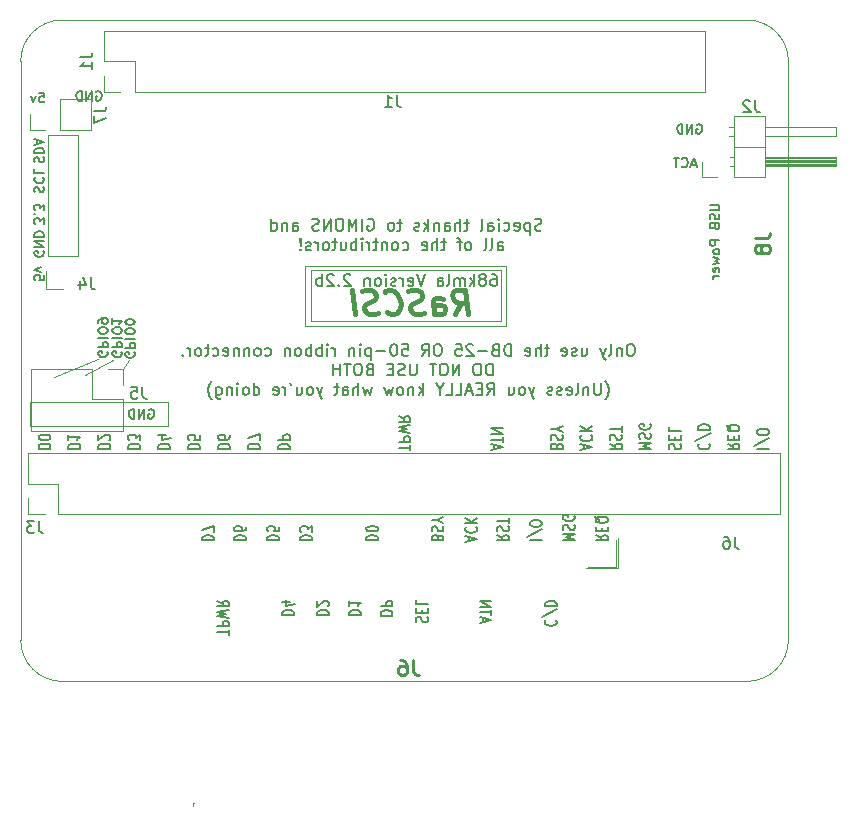
<source format=gbr>
%TF.GenerationSoftware,KiCad,Pcbnew,(5.1.4)-1*%
%TF.CreationDate,2020-08-22T19:54:55-05:00*%
%TF.ProjectId,rascsi_2p2,72617363-7369-45f3-9270-322e6b696361,rev?*%
%TF.SameCoordinates,PX59d60c0PY325aa00*%
%TF.FileFunction,Legend,Bot*%
%TF.FilePolarity,Positive*%
%FSLAX46Y46*%
G04 Gerber Fmt 4.6, Leading zero omitted, Abs format (unit mm)*
G04 Created by KiCad (PCBNEW (5.1.4)-1) date 2020-08-22 19:54:55*
%MOMM*%
%LPD*%
G04 APERTURE LIST*
%ADD10C,0.150000*%
%ADD11C,0.120000*%
%ADD12C,0.230000*%
%ADD13C,0.400000*%
%ADD14C,0.050000*%
%ADD15C,0.254000*%
G04 APERTURE END LIST*
D10*
X123406619Y-33769476D02*
X124406619Y-33769476D01*
X124454238Y-32817095D02*
X123168523Y-33502809D01*
X124406619Y-32398047D02*
X124406619Y-32245666D01*
X124359000Y-32169476D01*
X124263761Y-32093285D01*
X124073285Y-32055190D01*
X123739952Y-32055190D01*
X123549476Y-32093285D01*
X123454238Y-32169476D01*
X123406619Y-32245666D01*
X123406619Y-32398047D01*
X123454238Y-32474238D01*
X123549476Y-32550428D01*
X123739952Y-32588523D01*
X124073285Y-32588523D01*
X124263761Y-32550428D01*
X124359000Y-32474238D01*
X124406619Y-32398047D01*
X120612619Y-33312333D02*
X121088809Y-33578999D01*
X120612619Y-33769476D02*
X121612619Y-33769476D01*
X121612619Y-33464714D01*
X121565000Y-33388523D01*
X121517380Y-33350428D01*
X121422142Y-33312333D01*
X121279285Y-33312333D01*
X121184047Y-33350428D01*
X121136428Y-33388523D01*
X121088809Y-33464714D01*
X121088809Y-33769476D01*
X120660238Y-33007571D02*
X120612619Y-32893285D01*
X120612619Y-32702809D01*
X120660238Y-32626618D01*
X120707857Y-32588523D01*
X120803095Y-32550428D01*
X120898333Y-32550428D01*
X120993571Y-32588523D01*
X121041190Y-32626618D01*
X121088809Y-32702809D01*
X121136428Y-32855190D01*
X121184047Y-32931380D01*
X121231666Y-32969476D01*
X121326904Y-33007571D01*
X121422142Y-33007571D01*
X121517380Y-32969476D01*
X121565000Y-32931380D01*
X121612619Y-32855190D01*
X121612619Y-32664714D01*
X121565000Y-32550428D01*
X121612619Y-32321857D02*
X121612619Y-31864714D01*
X120612619Y-32093285D02*
X121612619Y-32093285D01*
X113802238Y-40697285D02*
X113754619Y-40583000D01*
X113754619Y-40392523D01*
X113802238Y-40316333D01*
X113849857Y-40278238D01*
X113945095Y-40240142D01*
X114040333Y-40240142D01*
X114135571Y-40278238D01*
X114183190Y-40316333D01*
X114230809Y-40392523D01*
X114278428Y-40544904D01*
X114326047Y-40621095D01*
X114373666Y-40659190D01*
X114468904Y-40697285D01*
X114564142Y-40697285D01*
X114659380Y-40659190D01*
X114707000Y-40621095D01*
X114754619Y-40544904D01*
X114754619Y-40354428D01*
X114707000Y-40240142D01*
X114278428Y-39897285D02*
X114278428Y-39630619D01*
X113754619Y-39516333D02*
X113754619Y-39897285D01*
X114754619Y-39897285D01*
X114754619Y-39516333D01*
X113754619Y-38792523D02*
X113754619Y-39173476D01*
X114754619Y-39173476D01*
X109563619Y-33769476D02*
X110563619Y-33769476D01*
X110563619Y-33579000D01*
X110516000Y-33464714D01*
X110420761Y-33388523D01*
X110325523Y-33350428D01*
X110135047Y-33312333D01*
X109992190Y-33312333D01*
X109801714Y-33350428D01*
X109706476Y-33388523D01*
X109611238Y-33464714D01*
X109563619Y-33579000D01*
X109563619Y-33769476D01*
X110563619Y-32817095D02*
X110563619Y-32740904D01*
X110516000Y-32664714D01*
X110468380Y-32626619D01*
X110373142Y-32588523D01*
X110182666Y-32550428D01*
X109944571Y-32550428D01*
X109754095Y-32588523D01*
X109658857Y-32626619D01*
X109611238Y-32664714D01*
X109563619Y-32740904D01*
X109563619Y-32817095D01*
X109611238Y-32893285D01*
X109658857Y-32931380D01*
X109754095Y-32969476D01*
X109944571Y-33007571D01*
X110182666Y-33007571D01*
X110373142Y-32969476D01*
X110468380Y-32931380D01*
X110516000Y-32893285D01*
X110563619Y-32817095D01*
X101181619Y-33769476D02*
X102181619Y-33769476D01*
X102181619Y-33579000D01*
X102134000Y-33464714D01*
X102038761Y-33388523D01*
X101943523Y-33350428D01*
X101753047Y-33312333D01*
X101610190Y-33312333D01*
X101419714Y-33350428D01*
X101324476Y-33388523D01*
X101229238Y-33464714D01*
X101181619Y-33579000D01*
X101181619Y-33769476D01*
X102181619Y-32588523D02*
X102181619Y-32969476D01*
X101705428Y-33007571D01*
X101753047Y-32969476D01*
X101800666Y-32893285D01*
X101800666Y-32702809D01*
X101753047Y-32626619D01*
X101705428Y-32588523D01*
X101610190Y-32550428D01*
X101372095Y-32550428D01*
X101276857Y-32588523D01*
X101229238Y-32626619D01*
X101181619Y-32702809D01*
X101181619Y-32893285D01*
X101229238Y-32969476D01*
X101276857Y-33007571D01*
X115611928Y-33502809D02*
X115564309Y-33388523D01*
X115516690Y-33350428D01*
X115421452Y-33312333D01*
X115278595Y-33312333D01*
X115183357Y-33350428D01*
X115135738Y-33388523D01*
X115088119Y-33464714D01*
X115088119Y-33769476D01*
X116088119Y-33769476D01*
X116088119Y-33502809D01*
X116040500Y-33426619D01*
X115992880Y-33388523D01*
X115897642Y-33350428D01*
X115802404Y-33350428D01*
X115707166Y-33388523D01*
X115659547Y-33426619D01*
X115611928Y-33502809D01*
X115611928Y-33769476D01*
X115135738Y-33007571D02*
X115088119Y-32893285D01*
X115088119Y-32702809D01*
X115135738Y-32626619D01*
X115183357Y-32588523D01*
X115278595Y-32550428D01*
X115373833Y-32550428D01*
X115469071Y-32588523D01*
X115516690Y-32626619D01*
X115564309Y-32702809D01*
X115611928Y-32855190D01*
X115659547Y-32931381D01*
X115707166Y-32969476D01*
X115802404Y-33007571D01*
X115897642Y-33007571D01*
X115992880Y-32969476D01*
X116040500Y-32931381D01*
X116088119Y-32855190D01*
X116088119Y-32664714D01*
X116040500Y-32550428D01*
X115564309Y-32055190D02*
X115088119Y-32055190D01*
X116088119Y-32321857D02*
X115564309Y-32055190D01*
X116088119Y-31788523D01*
X98387619Y-33769476D02*
X99387619Y-33769476D01*
X99387619Y-33579000D01*
X99340000Y-33464714D01*
X99244761Y-33388523D01*
X99149523Y-33350428D01*
X98959047Y-33312333D01*
X98816190Y-33312333D01*
X98625714Y-33350428D01*
X98530476Y-33388523D01*
X98435238Y-33464714D01*
X98387619Y-33579000D01*
X98387619Y-33769476D01*
X99387619Y-32626619D02*
X99387619Y-32779000D01*
X99340000Y-32855190D01*
X99292380Y-32893285D01*
X99149523Y-32969476D01*
X98959047Y-33007571D01*
X98578095Y-33007571D01*
X98482857Y-32969476D01*
X98435238Y-32931380D01*
X98387619Y-32855190D01*
X98387619Y-32702809D01*
X98435238Y-32626619D01*
X98482857Y-32588523D01*
X98578095Y-32550428D01*
X98816190Y-32550428D01*
X98911428Y-32588523D01*
X98959047Y-32626619D01*
X99006666Y-32702809D01*
X99006666Y-32855190D01*
X98959047Y-32931380D01*
X98911428Y-32969476D01*
X98816190Y-33007571D01*
X108103119Y-40087762D02*
X109103119Y-40087762D01*
X109103119Y-39897286D01*
X109055500Y-39783000D01*
X108960261Y-39706809D01*
X108865023Y-39668714D01*
X108674547Y-39630619D01*
X108531690Y-39630619D01*
X108341214Y-39668714D01*
X108245976Y-39706809D01*
X108150738Y-39783000D01*
X108103119Y-39897286D01*
X108103119Y-40087762D01*
X108103119Y-38868714D02*
X108103119Y-39325857D01*
X108103119Y-39097286D02*
X109103119Y-39097286D01*
X108960261Y-39173476D01*
X108865023Y-39249666D01*
X108817404Y-39325857D01*
X102451619Y-40087762D02*
X103451619Y-40087762D01*
X103451619Y-39897286D01*
X103404000Y-39783000D01*
X103308761Y-39706809D01*
X103213523Y-39668714D01*
X103023047Y-39630619D01*
X102880190Y-39630619D01*
X102689714Y-39668714D01*
X102594476Y-39706809D01*
X102499238Y-39783000D01*
X102451619Y-39897286D01*
X102451619Y-40087762D01*
X103118285Y-38944905D02*
X102451619Y-38944905D01*
X103499238Y-39135381D02*
X102784952Y-39325857D01*
X102784952Y-38830619D01*
X105372619Y-40087762D02*
X106372619Y-40087762D01*
X106372619Y-39897286D01*
X106325000Y-39783000D01*
X106229761Y-39706809D01*
X106134523Y-39668714D01*
X105944047Y-39630619D01*
X105801190Y-39630619D01*
X105610714Y-39668714D01*
X105515476Y-39706809D01*
X105420238Y-39783000D01*
X105372619Y-39897286D01*
X105372619Y-40087762D01*
X106277380Y-39325857D02*
X106325000Y-39287762D01*
X106372619Y-39211571D01*
X106372619Y-39021095D01*
X106325000Y-38944905D01*
X106277380Y-38906809D01*
X106182142Y-38868714D01*
X106086904Y-38868714D01*
X105944047Y-38906809D01*
X105372619Y-39363952D01*
X105372619Y-38868714D01*
X126200619Y-33769477D02*
X127200619Y-33769477D01*
X126486333Y-33502810D01*
X127200619Y-33236143D01*
X126200619Y-33236143D01*
X126248238Y-32893286D02*
X126200619Y-32779000D01*
X126200619Y-32588524D01*
X126248238Y-32512334D01*
X126295857Y-32474238D01*
X126391095Y-32436143D01*
X126486333Y-32436143D01*
X126581571Y-32474238D01*
X126629190Y-32512334D01*
X126676809Y-32588524D01*
X126724428Y-32740905D01*
X126772047Y-32817096D01*
X126819666Y-32855191D01*
X126914904Y-32893286D01*
X127010142Y-32893286D01*
X127105380Y-32855191D01*
X127153000Y-32817096D01*
X127200619Y-32740905D01*
X127200619Y-32550429D01*
X127153000Y-32436143D01*
X127153000Y-31674238D02*
X127200619Y-31750429D01*
X127200619Y-31864715D01*
X127153000Y-31979000D01*
X127057761Y-32055191D01*
X126962523Y-32093286D01*
X126772047Y-32131381D01*
X126629190Y-32131381D01*
X126438714Y-32093286D01*
X126343476Y-32055191D01*
X126248238Y-31979000D01*
X126200619Y-31864715D01*
X126200619Y-31788524D01*
X126248238Y-31674238D01*
X126295857Y-31636143D01*
X126629190Y-31636143D01*
X126629190Y-31788524D01*
X97927119Y-41763953D02*
X97927119Y-41306810D01*
X96927119Y-41535381D02*
X97927119Y-41535381D01*
X96927119Y-41040143D02*
X97927119Y-41040143D01*
X97927119Y-40735381D01*
X97879500Y-40659191D01*
X97831880Y-40621096D01*
X97736642Y-40583000D01*
X97593785Y-40583000D01*
X97498547Y-40621096D01*
X97450928Y-40659191D01*
X97403309Y-40735381D01*
X97403309Y-41040143D01*
X97927119Y-40316334D02*
X96927119Y-40125858D01*
X97641404Y-39973477D01*
X96927119Y-39821096D01*
X97927119Y-39630619D01*
X96927119Y-38868715D02*
X97403309Y-39135381D01*
X96927119Y-39325858D02*
X97927119Y-39325858D01*
X97927119Y-39021096D01*
X97879500Y-38944905D01*
X97831880Y-38906810D01*
X97736642Y-38868715D01*
X97593785Y-38868715D01*
X97498547Y-38906810D01*
X97450928Y-38944905D01*
X97403309Y-39021096D01*
X97403309Y-39325858D01*
X103975619Y-33769476D02*
X104975619Y-33769476D01*
X104975619Y-33579000D01*
X104928000Y-33464714D01*
X104832761Y-33388523D01*
X104737523Y-33350428D01*
X104547047Y-33312333D01*
X104404190Y-33312333D01*
X104213714Y-33350428D01*
X104118476Y-33388523D01*
X104023238Y-33464714D01*
X103975619Y-33579000D01*
X103975619Y-33769476D01*
X104975619Y-33045666D02*
X104975619Y-32550428D01*
X104594666Y-32817095D01*
X104594666Y-32702809D01*
X104547047Y-32626619D01*
X104499428Y-32588523D01*
X104404190Y-32550428D01*
X104166095Y-32550428D01*
X104070857Y-32588523D01*
X104023238Y-32626619D01*
X103975619Y-32702809D01*
X103975619Y-32931380D01*
X104023238Y-33007571D01*
X104070857Y-33045666D01*
X124771857Y-40506809D02*
X124724238Y-40544904D01*
X124676619Y-40659190D01*
X124676619Y-40735381D01*
X124724238Y-40849666D01*
X124819476Y-40925857D01*
X124914714Y-40963952D01*
X125105190Y-41002047D01*
X125248047Y-41002047D01*
X125438523Y-40963952D01*
X125533761Y-40925857D01*
X125629000Y-40849666D01*
X125676619Y-40735381D01*
X125676619Y-40659190D01*
X125629000Y-40544904D01*
X125581380Y-40506809D01*
X125724238Y-39592523D02*
X124438523Y-40278238D01*
X124676619Y-39325857D02*
X125676619Y-39325857D01*
X125676619Y-39135381D01*
X125629000Y-39021095D01*
X125533761Y-38944904D01*
X125438523Y-38906809D01*
X125248047Y-38868714D01*
X125105190Y-38868714D01*
X124914714Y-38906809D01*
X124819476Y-38944904D01*
X124724238Y-39021095D01*
X124676619Y-39135381D01*
X124676619Y-39325857D01*
X118231333Y-33807572D02*
X118231333Y-33426619D01*
X117945619Y-33883762D02*
X118945619Y-33617096D01*
X117945619Y-33350429D01*
X118040857Y-32626619D02*
X117993238Y-32664715D01*
X117945619Y-32779000D01*
X117945619Y-32855191D01*
X117993238Y-32969476D01*
X118088476Y-33045667D01*
X118183714Y-33083762D01*
X118374190Y-33121857D01*
X118517047Y-33121857D01*
X118707523Y-33083762D01*
X118802761Y-33045667D01*
X118898000Y-32969476D01*
X118945619Y-32855191D01*
X118945619Y-32779000D01*
X118898000Y-32664715D01*
X118850380Y-32626619D01*
X117945619Y-32283762D02*
X118945619Y-32283762D01*
X117945619Y-31826619D02*
X118517047Y-32169476D01*
X118945619Y-31826619D02*
X118374190Y-32283762D01*
X119437833Y-40697285D02*
X119437833Y-40316333D01*
X119152119Y-40773476D02*
X120152119Y-40506809D01*
X119152119Y-40240142D01*
X120152119Y-40087761D02*
X120152119Y-39630619D01*
X119152119Y-39859190D02*
X120152119Y-39859190D01*
X119152119Y-39363952D02*
X120152119Y-39363952D01*
X119152119Y-38906809D01*
X120152119Y-38906809D01*
X110770119Y-40125857D02*
X111770119Y-40125857D01*
X111770119Y-39935381D01*
X111722500Y-39821095D01*
X111627261Y-39744905D01*
X111532023Y-39706810D01*
X111341547Y-39668714D01*
X111198690Y-39668714D01*
X111008214Y-39706810D01*
X110912976Y-39744905D01*
X110817738Y-39821095D01*
X110770119Y-39935381D01*
X110770119Y-40125857D01*
X110770119Y-39325857D02*
X111770119Y-39325857D01*
X111770119Y-39021095D01*
X111722500Y-38944905D01*
X111674880Y-38906810D01*
X111579642Y-38868714D01*
X111436785Y-38868714D01*
X111341547Y-38906810D01*
X111293928Y-38944905D01*
X111246309Y-39021095D01*
X111246309Y-39325857D01*
X95657119Y-33769476D02*
X96657119Y-33769476D01*
X96657119Y-33579000D01*
X96609500Y-33464714D01*
X96514261Y-33388523D01*
X96419023Y-33350428D01*
X96228547Y-33312333D01*
X96085690Y-33312333D01*
X95895214Y-33350428D01*
X95799976Y-33388523D01*
X95704738Y-33464714D01*
X95657119Y-33579000D01*
X95657119Y-33769476D01*
X96657119Y-33045666D02*
X96657119Y-32512333D01*
X95657119Y-32855190D01*
X128994619Y-33312333D02*
X129470809Y-33579000D01*
X128994619Y-33769476D02*
X129994619Y-33769476D01*
X129994619Y-33464714D01*
X129947000Y-33388523D01*
X129899380Y-33350428D01*
X129804142Y-33312333D01*
X129661285Y-33312333D01*
X129566047Y-33350428D01*
X129518428Y-33388523D01*
X129470809Y-33464714D01*
X129470809Y-33769476D01*
X129518428Y-32969476D02*
X129518428Y-32702809D01*
X128994619Y-32588523D02*
X128994619Y-32969476D01*
X129994619Y-32969476D01*
X129994619Y-32588523D01*
X128899380Y-31712333D02*
X128947000Y-31788523D01*
X129042238Y-31864714D01*
X129185095Y-31979000D01*
X129232714Y-32055190D01*
X129232714Y-32131380D01*
X128994619Y-32093285D02*
X129042238Y-32169476D01*
X129137476Y-32245666D01*
X129327952Y-32283761D01*
X129661285Y-32283761D01*
X129851761Y-32245666D01*
X129947000Y-32169476D01*
X129994619Y-32093285D01*
X129994619Y-31940904D01*
X129947000Y-31864714D01*
X129851761Y-31788523D01*
X129661285Y-31750428D01*
X129327952Y-31750428D01*
X129137476Y-31788523D01*
X129042238Y-31864714D01*
X128994619Y-31940904D01*
X128994619Y-32093285D01*
X142647119Y-26022476D02*
X143647119Y-26022476D01*
X143694738Y-25070095D02*
X142409023Y-25755809D01*
X143647119Y-24651047D02*
X143647119Y-24498666D01*
X143599500Y-24422476D01*
X143504261Y-24346285D01*
X143313785Y-24308190D01*
X142980452Y-24308190D01*
X142789976Y-24346285D01*
X142694738Y-24422476D01*
X142647119Y-24498666D01*
X142647119Y-24651047D01*
X142694738Y-24727238D01*
X142789976Y-24803428D01*
X142980452Y-24841523D01*
X143313785Y-24841523D01*
X143504261Y-24803428D01*
X143599500Y-24727238D01*
X143647119Y-24651047D01*
X140152471Y-25565333D02*
X140628661Y-25832000D01*
X140152471Y-26022476D02*
X141152471Y-26022476D01*
X141152471Y-25717714D01*
X141104852Y-25641523D01*
X141057232Y-25603428D01*
X140961994Y-25565333D01*
X140819137Y-25565333D01*
X140723899Y-25603428D01*
X140676280Y-25641523D01*
X140628661Y-25717714D01*
X140628661Y-26022476D01*
X140676280Y-25222476D02*
X140676280Y-24955809D01*
X140152471Y-24841523D02*
X140152471Y-25222476D01*
X141152471Y-25222476D01*
X141152471Y-24841523D01*
X140057232Y-23965333D02*
X140104852Y-24041523D01*
X140200090Y-24117714D01*
X140342947Y-24232000D01*
X140390566Y-24308190D01*
X140390566Y-24384380D01*
X140152471Y-24346285D02*
X140200090Y-24422476D01*
X140295328Y-24498666D01*
X140485804Y-24536761D01*
X140819137Y-24536761D01*
X141009613Y-24498666D01*
X141104852Y-24422476D01*
X141152471Y-24346285D01*
X141152471Y-24193904D01*
X141104852Y-24117714D01*
X141009613Y-24041523D01*
X140819137Y-24003428D01*
X140485804Y-24003428D01*
X140295328Y-24041523D01*
X140200090Y-24117714D01*
X140152471Y-24193904D01*
X140152471Y-24346285D01*
X137753067Y-25565333D02*
X137705448Y-25603428D01*
X137657829Y-25717714D01*
X137657829Y-25793905D01*
X137705448Y-25908190D01*
X137800686Y-25984381D01*
X137895924Y-26022476D01*
X138086400Y-26060571D01*
X138229257Y-26060571D01*
X138419733Y-26022476D01*
X138514971Y-25984381D01*
X138610210Y-25908190D01*
X138657829Y-25793905D01*
X138657829Y-25717714D01*
X138610210Y-25603428D01*
X138562590Y-25565333D01*
X138705448Y-24651047D02*
X137419733Y-25336762D01*
X137657829Y-24384381D02*
X138657829Y-24384381D01*
X138657829Y-24193905D01*
X138610210Y-24079619D01*
X138514971Y-24003428D01*
X138419733Y-23965333D01*
X138229257Y-23927238D01*
X138086400Y-23927238D01*
X137895924Y-23965333D01*
X137800686Y-24003428D01*
X137705448Y-24079619D01*
X137657829Y-24193905D01*
X137657829Y-24384381D01*
X135210806Y-26060571D02*
X135163187Y-25946286D01*
X135163187Y-25755809D01*
X135210806Y-25679619D01*
X135258425Y-25641524D01*
X135353663Y-25603428D01*
X135448901Y-25603428D01*
X135544139Y-25641524D01*
X135591758Y-25679619D01*
X135639377Y-25755809D01*
X135686996Y-25908190D01*
X135734615Y-25984381D01*
X135782234Y-26022476D01*
X135877472Y-26060571D01*
X135972710Y-26060571D01*
X136067948Y-26022476D01*
X136115568Y-25984381D01*
X136163187Y-25908190D01*
X136163187Y-25717714D01*
X136115568Y-25603428D01*
X135686996Y-25260571D02*
X135686996Y-24993905D01*
X135163187Y-24879619D02*
X135163187Y-25260571D01*
X136163187Y-25260571D01*
X136163187Y-24879619D01*
X135163187Y-24155809D02*
X135163187Y-24536762D01*
X136163187Y-24536762D01*
X132668545Y-26022477D02*
X133668545Y-26022477D01*
X132954259Y-25755810D01*
X133668545Y-25489143D01*
X132668545Y-25489143D01*
X132716164Y-25146286D02*
X132668545Y-25032000D01*
X132668545Y-24841524D01*
X132716164Y-24765334D01*
X132763783Y-24727238D01*
X132859021Y-24689143D01*
X132954259Y-24689143D01*
X133049497Y-24727238D01*
X133097116Y-24765334D01*
X133144735Y-24841524D01*
X133192354Y-24993905D01*
X133239973Y-25070096D01*
X133287592Y-25108191D01*
X133382830Y-25146286D01*
X133478068Y-25146286D01*
X133573306Y-25108191D01*
X133620926Y-25070096D01*
X133668545Y-24993905D01*
X133668545Y-24803429D01*
X133620926Y-24689143D01*
X133620926Y-23927238D02*
X133668545Y-24003429D01*
X133668545Y-24117715D01*
X133620926Y-24232000D01*
X133525687Y-24308191D01*
X133430449Y-24346286D01*
X133239973Y-24384381D01*
X133097116Y-24384381D01*
X132906640Y-24346286D01*
X132811402Y-24308191D01*
X132716164Y-24232000D01*
X132668545Y-24117715D01*
X132668545Y-24041524D01*
X132716164Y-23927238D01*
X132763783Y-23889143D01*
X133097116Y-23889143D01*
X133097116Y-24041524D01*
X130173903Y-25565333D02*
X130650093Y-25831999D01*
X130173903Y-26022476D02*
X131173903Y-26022476D01*
X131173903Y-25717714D01*
X131126284Y-25641523D01*
X131078664Y-25603428D01*
X130983426Y-25565333D01*
X130840569Y-25565333D01*
X130745331Y-25603428D01*
X130697712Y-25641523D01*
X130650093Y-25717714D01*
X130650093Y-26022476D01*
X130221522Y-25260571D02*
X130173903Y-25146285D01*
X130173903Y-24955809D01*
X130221522Y-24879618D01*
X130269141Y-24841523D01*
X130364379Y-24803428D01*
X130459617Y-24803428D01*
X130554855Y-24841523D01*
X130602474Y-24879618D01*
X130650093Y-24955809D01*
X130697712Y-25108190D01*
X130745331Y-25184380D01*
X130792950Y-25222476D01*
X130888188Y-25260571D01*
X130983426Y-25260571D01*
X131078664Y-25222476D01*
X131126284Y-25184380D01*
X131173903Y-25108190D01*
X131173903Y-24917714D01*
X131126284Y-24803428D01*
X131173903Y-24574857D02*
X131173903Y-24117714D01*
X130173903Y-24346285D02*
X131173903Y-24346285D01*
X127964975Y-26060572D02*
X127964975Y-25679619D01*
X127679261Y-26136762D02*
X128679261Y-25870096D01*
X127679261Y-25603429D01*
X127774499Y-24879619D02*
X127726880Y-24917715D01*
X127679261Y-25032000D01*
X127679261Y-25108191D01*
X127726880Y-25222476D01*
X127822118Y-25298667D01*
X127917356Y-25336762D01*
X128107832Y-25374857D01*
X128250689Y-25374857D01*
X128441165Y-25336762D01*
X128536403Y-25298667D01*
X128631642Y-25222476D01*
X128679261Y-25108191D01*
X128679261Y-25032000D01*
X128631642Y-24917715D01*
X128584022Y-24879619D01*
X127679261Y-24536762D02*
X128679261Y-24536762D01*
X127679261Y-24079619D02*
X128250689Y-24422476D01*
X128679261Y-24079619D02*
X128107832Y-24536762D01*
X125708428Y-25755809D02*
X125660809Y-25641523D01*
X125613190Y-25603428D01*
X125517952Y-25565333D01*
X125375095Y-25565333D01*
X125279857Y-25603428D01*
X125232238Y-25641523D01*
X125184619Y-25717714D01*
X125184619Y-26022476D01*
X126184619Y-26022476D01*
X126184619Y-25755809D01*
X126137000Y-25679619D01*
X126089380Y-25641523D01*
X125994142Y-25603428D01*
X125898904Y-25603428D01*
X125803666Y-25641523D01*
X125756047Y-25679619D01*
X125708428Y-25755809D01*
X125708428Y-26022476D01*
X125232238Y-25260571D02*
X125184619Y-25146285D01*
X125184619Y-24955809D01*
X125232238Y-24879619D01*
X125279857Y-24841523D01*
X125375095Y-24803428D01*
X125470333Y-24803428D01*
X125565571Y-24841523D01*
X125613190Y-24879619D01*
X125660809Y-24955809D01*
X125708428Y-25108190D01*
X125756047Y-25184381D01*
X125803666Y-25222476D01*
X125898904Y-25260571D01*
X125994142Y-25260571D01*
X126089380Y-25222476D01*
X126137000Y-25184381D01*
X126184619Y-25108190D01*
X126184619Y-24917714D01*
X126137000Y-24803428D01*
X125660809Y-24308190D02*
X125184619Y-24308190D01*
X126184619Y-24574857D02*
X125660809Y-24308190D01*
X126184619Y-24041523D01*
X120390333Y-26060571D02*
X120390333Y-25679619D01*
X120104619Y-26136762D02*
X121104619Y-25870095D01*
X120104619Y-25603428D01*
X121104619Y-25451047D02*
X121104619Y-24993905D01*
X120104619Y-25222476D02*
X121104619Y-25222476D01*
X120104619Y-24727238D02*
X121104619Y-24727238D01*
X120104619Y-24270095D01*
X121104619Y-24270095D01*
X113294119Y-26136762D02*
X113294119Y-25679619D01*
X112294119Y-25908190D02*
X113294119Y-25908190D01*
X112294119Y-25412952D02*
X113294119Y-25412952D01*
X113294119Y-25108190D01*
X113246500Y-25032000D01*
X113198880Y-24993905D01*
X113103642Y-24955809D01*
X112960785Y-24955809D01*
X112865547Y-24993905D01*
X112817928Y-25032000D01*
X112770309Y-25108190D01*
X112770309Y-25412952D01*
X113294119Y-24689143D02*
X112294119Y-24498667D01*
X113008404Y-24346286D01*
X112294119Y-24193905D01*
X113294119Y-24003428D01*
X112294119Y-23241524D02*
X112770309Y-23508190D01*
X112294119Y-23698667D02*
X113294119Y-23698667D01*
X113294119Y-23393905D01*
X113246500Y-23317714D01*
X113198880Y-23279619D01*
X113103642Y-23241524D01*
X112960785Y-23241524D01*
X112865547Y-23279619D01*
X112817928Y-23317714D01*
X112770309Y-23393905D01*
X112770309Y-23698667D01*
X102070619Y-26041523D02*
X103070619Y-26041523D01*
X103070619Y-25851047D01*
X103023000Y-25736761D01*
X102927761Y-25660571D01*
X102832523Y-25622476D01*
X102642047Y-25584380D01*
X102499190Y-25584380D01*
X102308714Y-25622476D01*
X102213476Y-25660571D01*
X102118238Y-25736761D01*
X102070619Y-25851047D01*
X102070619Y-26041523D01*
X102070619Y-25241523D02*
X103070619Y-25241523D01*
X103070619Y-24936761D01*
X103023000Y-24860571D01*
X102975380Y-24822476D01*
X102880142Y-24784380D01*
X102737285Y-24784380D01*
X102642047Y-24822476D01*
X102594428Y-24860571D01*
X102546809Y-24936761D01*
X102546809Y-25241523D01*
X99538553Y-26022476D02*
X100538553Y-26022476D01*
X100538553Y-25832000D01*
X100490934Y-25717714D01*
X100395695Y-25641523D01*
X100300457Y-25603428D01*
X100109981Y-25565333D01*
X99967124Y-25565333D01*
X99776648Y-25603428D01*
X99681410Y-25641523D01*
X99586172Y-25717714D01*
X99538553Y-25832000D01*
X99538553Y-26022476D01*
X100538553Y-25298666D02*
X100538553Y-24765333D01*
X99538553Y-25108190D01*
X97006491Y-26022476D02*
X98006491Y-26022476D01*
X98006491Y-25832000D01*
X97958872Y-25717714D01*
X97863633Y-25641523D01*
X97768395Y-25603428D01*
X97577919Y-25565333D01*
X97435062Y-25565333D01*
X97244586Y-25603428D01*
X97149348Y-25641523D01*
X97054110Y-25717714D01*
X97006491Y-25832000D01*
X97006491Y-26022476D01*
X98006491Y-24879619D02*
X98006491Y-25032000D01*
X97958872Y-25108190D01*
X97911252Y-25146285D01*
X97768395Y-25222476D01*
X97577919Y-25260571D01*
X97196967Y-25260571D01*
X97101729Y-25222476D01*
X97054110Y-25184380D01*
X97006491Y-25108190D01*
X97006491Y-24955809D01*
X97054110Y-24879619D01*
X97101729Y-24841523D01*
X97196967Y-24803428D01*
X97435062Y-24803428D01*
X97530300Y-24841523D01*
X97577919Y-24879619D01*
X97625538Y-24955809D01*
X97625538Y-25108190D01*
X97577919Y-25184380D01*
X97530300Y-25222476D01*
X97435062Y-25260571D01*
X94474429Y-26022476D02*
X95474429Y-26022476D01*
X95474429Y-25832000D01*
X95426810Y-25717714D01*
X95331571Y-25641523D01*
X95236333Y-25603428D01*
X95045857Y-25565333D01*
X94903000Y-25565333D01*
X94712524Y-25603428D01*
X94617286Y-25641523D01*
X94522048Y-25717714D01*
X94474429Y-25832000D01*
X94474429Y-26022476D01*
X95474429Y-24841523D02*
X95474429Y-25222476D01*
X94998238Y-25260571D01*
X95045857Y-25222476D01*
X95093476Y-25146285D01*
X95093476Y-24955809D01*
X95045857Y-24879619D01*
X94998238Y-24841523D01*
X94903000Y-24803428D01*
X94664905Y-24803428D01*
X94569667Y-24841523D01*
X94522048Y-24879619D01*
X94474429Y-24955809D01*
X94474429Y-25146285D01*
X94522048Y-25222476D01*
X94569667Y-25260571D01*
X91942367Y-26022476D02*
X92942367Y-26022476D01*
X92942367Y-25832000D01*
X92894748Y-25717714D01*
X92799509Y-25641523D01*
X92704271Y-25603428D01*
X92513795Y-25565333D01*
X92370938Y-25565333D01*
X92180462Y-25603428D01*
X92085224Y-25641523D01*
X91989986Y-25717714D01*
X91942367Y-25832000D01*
X91942367Y-26022476D01*
X92609033Y-24879619D02*
X91942367Y-24879619D01*
X92989986Y-25070095D02*
X92275700Y-25260571D01*
X92275700Y-24765333D01*
X89410305Y-26022476D02*
X90410305Y-26022476D01*
X90410305Y-25832000D01*
X90362686Y-25717714D01*
X90267447Y-25641523D01*
X90172209Y-25603428D01*
X89981733Y-25565333D01*
X89838876Y-25565333D01*
X89648400Y-25603428D01*
X89553162Y-25641523D01*
X89457924Y-25717714D01*
X89410305Y-25832000D01*
X89410305Y-26022476D01*
X90410305Y-25298666D02*
X90410305Y-24803428D01*
X90029352Y-25070095D01*
X90029352Y-24955809D01*
X89981733Y-24879619D01*
X89934114Y-24841523D01*
X89838876Y-24803428D01*
X89600781Y-24803428D01*
X89505543Y-24841523D01*
X89457924Y-24879619D01*
X89410305Y-24955809D01*
X89410305Y-25184380D01*
X89457924Y-25260571D01*
X89505543Y-25298666D01*
X86878243Y-26022476D02*
X87878243Y-26022476D01*
X87878243Y-25832000D01*
X87830624Y-25717714D01*
X87735385Y-25641523D01*
X87640147Y-25603428D01*
X87449671Y-25565333D01*
X87306814Y-25565333D01*
X87116338Y-25603428D01*
X87021100Y-25641523D01*
X86925862Y-25717714D01*
X86878243Y-25832000D01*
X86878243Y-26022476D01*
X87783004Y-25260571D02*
X87830624Y-25222476D01*
X87878243Y-25146285D01*
X87878243Y-24955809D01*
X87830624Y-24879619D01*
X87783004Y-24841523D01*
X87687766Y-24803428D01*
X87592528Y-24803428D01*
X87449671Y-24841523D01*
X86878243Y-25298666D01*
X86878243Y-24803428D01*
X84346181Y-26022476D02*
X85346181Y-26022476D01*
X85346181Y-25832000D01*
X85298562Y-25717714D01*
X85203323Y-25641523D01*
X85108085Y-25603428D01*
X84917609Y-25565333D01*
X84774752Y-25565333D01*
X84584276Y-25603428D01*
X84489038Y-25641523D01*
X84393800Y-25717714D01*
X84346181Y-25832000D01*
X84346181Y-26022476D01*
X84346181Y-24803428D02*
X84346181Y-25260571D01*
X84346181Y-25032000D02*
X85346181Y-25032000D01*
X85203323Y-25108190D01*
X85108085Y-25184380D01*
X85060466Y-25260571D01*
X81814119Y-26022476D02*
X82814119Y-26022476D01*
X82814119Y-25832000D01*
X82766500Y-25717714D01*
X82671261Y-25641523D01*
X82576023Y-25603428D01*
X82385547Y-25565333D01*
X82242690Y-25565333D01*
X82052214Y-25603428D01*
X81956976Y-25641523D01*
X81861738Y-25717714D01*
X81814119Y-25832000D01*
X81814119Y-26022476D01*
X82814119Y-25070095D02*
X82814119Y-24993904D01*
X82766500Y-24917714D01*
X82718880Y-24879619D01*
X82623642Y-24841523D01*
X82433166Y-24803428D01*
X82195071Y-24803428D01*
X82004595Y-24841523D01*
X81909357Y-24879619D01*
X81861738Y-24917714D01*
X81814119Y-24993904D01*
X81814119Y-25070095D01*
X81861738Y-25146285D01*
X81909357Y-25184380D01*
X82004595Y-25222476D01*
X82195071Y-25260571D01*
X82433166Y-25260571D01*
X82623642Y-25222476D01*
X82718880Y-25184380D01*
X82766500Y-25146285D01*
X82814119Y-25070095D01*
D11*
X86838500Y-18383500D02*
X83092000Y-19907500D01*
X88108500Y-18447000D02*
X85759000Y-19780500D01*
X89505500Y-18510500D02*
X88934000Y-19272500D01*
X88997500Y-19272500D02*
X87664000Y-19272500D01*
X88997500Y-20606000D02*
X88997500Y-19272500D01*
X81187000Y-19272500D02*
X86330500Y-19272500D01*
X81187000Y-24479500D02*
X81187000Y-19272500D01*
X88997500Y-24479500D02*
X81187000Y-24479500D01*
X88997500Y-21812500D02*
X88997500Y-24479500D01*
X86330500Y-21812500D02*
X88997500Y-21812500D01*
X86330500Y-19272500D02*
X86330500Y-21812500D01*
X82584000Y539500D02*
X82584000Y-9684000D01*
X85187500Y539500D02*
X82584000Y539500D01*
X85187500Y-9684000D02*
X85187500Y539500D01*
X82584000Y-9684000D02*
X85187500Y-9684000D01*
X81060000Y984000D02*
X81060000Y2317500D01*
X82393500Y984000D02*
X81060000Y984000D01*
X83600000Y3587500D02*
X83600000Y984000D01*
X86267000Y3587500D02*
X83600000Y3587500D01*
X86267000Y984000D02*
X86267000Y3587500D01*
X83663500Y984000D02*
X86267000Y984000D01*
D10*
X86544880Y2587334D02*
X87259166Y2587334D01*
X87402023Y2634953D01*
X87497261Y2730191D01*
X87544880Y2873048D01*
X87544880Y2968286D01*
X86544880Y2206381D02*
X86544880Y1539715D01*
X87544880Y1968286D01*
X86219333Y-11485880D02*
X86219333Y-12200166D01*
X86266952Y-12343023D01*
X86362190Y-12438261D01*
X86505047Y-12485880D01*
X86600285Y-12485880D01*
X85314571Y-11819214D02*
X85314571Y-12485880D01*
X85552666Y-11438261D02*
X85790761Y-12152547D01*
X85171714Y-12152547D01*
X90600833Y-20756880D02*
X90600833Y-21471166D01*
X90648452Y-21614023D01*
X90743690Y-21709261D01*
X90886547Y-21756880D01*
X90981785Y-21756880D01*
X89648452Y-20756880D02*
X90124642Y-20756880D01*
X90172261Y-21233071D01*
X90124642Y-21185452D01*
X90029404Y-21137833D01*
X89791309Y-21137833D01*
X89696071Y-21185452D01*
X89648452Y-21233071D01*
X89600833Y-21328309D01*
X89600833Y-21566404D01*
X89648452Y-21661642D01*
X89696071Y-21709261D01*
X89791309Y-21756880D01*
X90029404Y-21756880D01*
X90124642Y-21709261D01*
X90172261Y-21661642D01*
X81837833Y-32123380D02*
X81837833Y-32837666D01*
X81885452Y-32980523D01*
X81980690Y-33075761D01*
X82123547Y-33123380D01*
X82218785Y-33123380D01*
X81456880Y-32123380D02*
X80837833Y-32123380D01*
X81171166Y-32504333D01*
X81028309Y-32504333D01*
X80933071Y-32551952D01*
X80885452Y-32599571D01*
X80837833Y-32694809D01*
X80837833Y-32932904D01*
X80885452Y-33028142D01*
X80933071Y-33075761D01*
X81028309Y-33123380D01*
X81314023Y-33123380D01*
X81409261Y-33075761D01*
X81456880Y-33028142D01*
D12*
X142467523Y-8181166D02*
X143374666Y-8181166D01*
X143556095Y-8120690D01*
X143677047Y-7999738D01*
X143737523Y-7818309D01*
X143737523Y-7697357D01*
X143011809Y-8967357D02*
X142951333Y-8846404D01*
X142890857Y-8785928D01*
X142769904Y-8725452D01*
X142709428Y-8725452D01*
X142588476Y-8785928D01*
X142528000Y-8846404D01*
X142467523Y-8967357D01*
X142467523Y-9209261D01*
X142528000Y-9330214D01*
X142588476Y-9390690D01*
X142709428Y-9451166D01*
X142769904Y-9451166D01*
X142890857Y-9390690D01*
X142951333Y-9330214D01*
X143011809Y-9209261D01*
X143011809Y-8967357D01*
X143072285Y-8846404D01*
X143132761Y-8785928D01*
X143253714Y-8725452D01*
X143495619Y-8725452D01*
X143616571Y-8785928D01*
X143677047Y-8846404D01*
X143737523Y-8967357D01*
X143737523Y-9209261D01*
X143677047Y-9330214D01*
X143616571Y-9390690D01*
X143495619Y-9451166D01*
X143253714Y-9451166D01*
X143132761Y-9390690D01*
X143072285Y-9330214D01*
X143011809Y-9209261D01*
D10*
X112127333Y3944620D02*
X112127333Y3230334D01*
X112174952Y3087477D01*
X112270190Y2992239D01*
X112413047Y2944620D01*
X112508285Y2944620D01*
X111127333Y2944620D02*
X111698761Y2944620D01*
X111413047Y2944620D02*
X111413047Y3944620D01*
X111508285Y3801762D01*
X111603523Y3706524D01*
X111698761Y3658905D01*
X138660904Y-5328285D02*
X139308523Y-5328285D01*
X139384714Y-5366380D01*
X139422809Y-5404476D01*
X139460904Y-5480666D01*
X139460904Y-5633047D01*
X139422809Y-5709238D01*
X139384714Y-5747333D01*
X139308523Y-5785428D01*
X138660904Y-5785428D01*
X139422809Y-6128285D02*
X139460904Y-6242571D01*
X139460904Y-6433047D01*
X139422809Y-6509238D01*
X139384714Y-6547333D01*
X139308523Y-6585428D01*
X139232333Y-6585428D01*
X139156142Y-6547333D01*
X139118047Y-6509238D01*
X139079952Y-6433047D01*
X139041857Y-6280666D01*
X139003761Y-6204476D01*
X138965666Y-6166380D01*
X138889476Y-6128285D01*
X138813285Y-6128285D01*
X138737095Y-6166380D01*
X138699000Y-6204476D01*
X138660904Y-6280666D01*
X138660904Y-6471142D01*
X138699000Y-6585428D01*
X139041857Y-7194952D02*
X139079952Y-7309238D01*
X139118047Y-7347333D01*
X139194238Y-7385428D01*
X139308523Y-7385428D01*
X139384714Y-7347333D01*
X139422809Y-7309238D01*
X139460904Y-7233047D01*
X139460904Y-6928285D01*
X138660904Y-6928285D01*
X138660904Y-7194952D01*
X138699000Y-7271142D01*
X138737095Y-7309238D01*
X138813285Y-7347333D01*
X138889476Y-7347333D01*
X138965666Y-7309238D01*
X139003761Y-7271142D01*
X139041857Y-7194952D01*
X139041857Y-6928285D01*
X139460904Y-8337809D02*
X138660904Y-8337809D01*
X138660904Y-8642571D01*
X138699000Y-8718761D01*
X138737095Y-8756857D01*
X138813285Y-8794952D01*
X138927571Y-8794952D01*
X139003761Y-8756857D01*
X139041857Y-8718761D01*
X139079952Y-8642571D01*
X139079952Y-8337809D01*
X139460904Y-9252095D02*
X139422809Y-9175904D01*
X139384714Y-9137809D01*
X139308523Y-9099714D01*
X139079952Y-9099714D01*
X139003761Y-9137809D01*
X138965666Y-9175904D01*
X138927571Y-9252095D01*
X138927571Y-9366380D01*
X138965666Y-9442571D01*
X139003761Y-9480666D01*
X139079952Y-9518761D01*
X139308523Y-9518761D01*
X139384714Y-9480666D01*
X139422809Y-9442571D01*
X139460904Y-9366380D01*
X139460904Y-9252095D01*
X138927571Y-9785428D02*
X139460904Y-9937809D01*
X139079952Y-10090190D01*
X139460904Y-10242571D01*
X138927571Y-10394952D01*
X139422809Y-11004476D02*
X139460904Y-10928285D01*
X139460904Y-10775904D01*
X139422809Y-10699714D01*
X139346619Y-10661619D01*
X139041857Y-10661619D01*
X138965666Y-10699714D01*
X138927571Y-10775904D01*
X138927571Y-10928285D01*
X138965666Y-11004476D01*
X139041857Y-11042571D01*
X139118047Y-11042571D01*
X139194238Y-10661619D01*
X139460904Y-11385428D02*
X138927571Y-11385428D01*
X139079952Y-11385428D02*
X139003761Y-11423523D01*
X138965666Y-11461619D01*
X138927571Y-11537809D01*
X138927571Y-11614000D01*
X140765833Y-33456880D02*
X140765833Y-34171166D01*
X140813452Y-34314023D01*
X140908690Y-34409261D01*
X141051547Y-34456880D01*
X141146785Y-34456880D01*
X139861071Y-33456880D02*
X140051547Y-33456880D01*
X140146785Y-33504500D01*
X140194404Y-33552119D01*
X140289642Y-33694976D01*
X140337261Y-33885452D01*
X140337261Y-34266404D01*
X140289642Y-34361642D01*
X140242023Y-34409261D01*
X140146785Y-34456880D01*
X139956309Y-34456880D01*
X139861071Y-34409261D01*
X139813452Y-34361642D01*
X139765833Y-34266404D01*
X139765833Y-34028309D01*
X139813452Y-33933071D01*
X139861071Y-33885452D01*
X139956309Y-33837833D01*
X140146785Y-33837833D01*
X140242023Y-33885452D01*
X140289642Y-33933071D01*
X140337261Y-34028309D01*
D13*
X117042261Y-14576761D02*
X117589880Y-13624380D01*
X118185119Y-14576761D02*
X117935119Y-12576761D01*
X117173214Y-12576761D01*
X116994642Y-12672000D01*
X116911309Y-12767238D01*
X116839880Y-12957714D01*
X116875595Y-13243428D01*
X116994642Y-13433904D01*
X117101785Y-13529142D01*
X117304166Y-13624380D01*
X118066071Y-13624380D01*
X115327976Y-14576761D02*
X115197023Y-13529142D01*
X115268452Y-13338666D01*
X115447023Y-13243428D01*
X115827976Y-13243428D01*
X116030357Y-13338666D01*
X115316071Y-14481523D02*
X115518452Y-14576761D01*
X115994642Y-14576761D01*
X116173214Y-14481523D01*
X116244642Y-14291047D01*
X116220833Y-14100571D01*
X116101785Y-13910095D01*
X115899404Y-13814857D01*
X115423214Y-13814857D01*
X115220833Y-13719619D01*
X114458928Y-14481523D02*
X114185119Y-14576761D01*
X113708928Y-14576761D01*
X113506547Y-14481523D01*
X113399404Y-14386285D01*
X113280357Y-14195809D01*
X113256547Y-14005333D01*
X113327976Y-13814857D01*
X113411309Y-13719619D01*
X113589880Y-13624380D01*
X113958928Y-13529142D01*
X114137500Y-13433904D01*
X114220833Y-13338666D01*
X114292261Y-13148190D01*
X114268452Y-12957714D01*
X114149404Y-12767238D01*
X114042261Y-12672000D01*
X113839880Y-12576761D01*
X113363690Y-12576761D01*
X113089880Y-12672000D01*
X111304166Y-14386285D02*
X111411309Y-14481523D01*
X111708928Y-14576761D01*
X111899404Y-14576761D01*
X112173214Y-14481523D01*
X112339880Y-14291047D01*
X112411309Y-14100571D01*
X112458928Y-13719619D01*
X112423214Y-13433904D01*
X112280357Y-13052952D01*
X112161309Y-12862476D01*
X111947023Y-12672000D01*
X111649404Y-12576761D01*
X111458928Y-12576761D01*
X111185119Y-12672000D01*
X111101785Y-12767238D01*
X110554166Y-14481523D02*
X110280357Y-14576761D01*
X109804166Y-14576761D01*
X109601785Y-14481523D01*
X109494642Y-14386285D01*
X109375595Y-14195809D01*
X109351785Y-14005333D01*
X109423214Y-13814857D01*
X109506547Y-13719619D01*
X109685119Y-13624380D01*
X110054166Y-13529142D01*
X110232738Y-13433904D01*
X110316071Y-13338666D01*
X110387500Y-13148190D01*
X110363690Y-12957714D01*
X110244642Y-12767238D01*
X110137500Y-12672000D01*
X109935119Y-12576761D01*
X109458928Y-12576761D01*
X109185119Y-12672000D01*
X108566071Y-14576761D02*
X108316071Y-12576761D01*
D10*
X120167476Y-11219380D02*
X120357952Y-11219380D01*
X120453190Y-11267000D01*
X120500809Y-11314619D01*
X120596047Y-11457476D01*
X120643666Y-11647952D01*
X120643666Y-12028904D01*
X120596047Y-12124142D01*
X120548428Y-12171761D01*
X120453190Y-12219380D01*
X120262714Y-12219380D01*
X120167476Y-12171761D01*
X120119857Y-12124142D01*
X120072238Y-12028904D01*
X120072238Y-11790809D01*
X120119857Y-11695571D01*
X120167476Y-11647952D01*
X120262714Y-11600333D01*
X120453190Y-11600333D01*
X120548428Y-11647952D01*
X120596047Y-11695571D01*
X120643666Y-11790809D01*
X119500809Y-11647952D02*
X119596047Y-11600333D01*
X119643666Y-11552714D01*
X119691285Y-11457476D01*
X119691285Y-11409857D01*
X119643666Y-11314619D01*
X119596047Y-11267000D01*
X119500809Y-11219380D01*
X119310333Y-11219380D01*
X119215095Y-11267000D01*
X119167476Y-11314619D01*
X119119857Y-11409857D01*
X119119857Y-11457476D01*
X119167476Y-11552714D01*
X119215095Y-11600333D01*
X119310333Y-11647952D01*
X119500809Y-11647952D01*
X119596047Y-11695571D01*
X119643666Y-11743190D01*
X119691285Y-11838428D01*
X119691285Y-12028904D01*
X119643666Y-12124142D01*
X119596047Y-12171761D01*
X119500809Y-12219380D01*
X119310333Y-12219380D01*
X119215095Y-12171761D01*
X119167476Y-12124142D01*
X119119857Y-12028904D01*
X119119857Y-11838428D01*
X119167476Y-11743190D01*
X119215095Y-11695571D01*
X119310333Y-11647952D01*
X118691285Y-12219380D02*
X118691285Y-11219380D01*
X118596047Y-11838428D02*
X118310333Y-12219380D01*
X118310333Y-11552714D02*
X118691285Y-11933666D01*
X117881761Y-12219380D02*
X117881761Y-11552714D01*
X117881761Y-11647952D02*
X117834142Y-11600333D01*
X117738904Y-11552714D01*
X117596047Y-11552714D01*
X117500809Y-11600333D01*
X117453190Y-11695571D01*
X117453190Y-12219380D01*
X117453190Y-11695571D02*
X117405571Y-11600333D01*
X117310333Y-11552714D01*
X117167476Y-11552714D01*
X117072238Y-11600333D01*
X117024619Y-11695571D01*
X117024619Y-12219380D01*
X116405571Y-12219380D02*
X116500809Y-12171761D01*
X116548428Y-12076523D01*
X116548428Y-11219380D01*
X115596047Y-12219380D02*
X115596047Y-11695571D01*
X115643666Y-11600333D01*
X115738904Y-11552714D01*
X115929380Y-11552714D01*
X116024619Y-11600333D01*
X115596047Y-12171761D02*
X115691285Y-12219380D01*
X115929380Y-12219380D01*
X116024619Y-12171761D01*
X116072238Y-12076523D01*
X116072238Y-11981285D01*
X116024619Y-11886047D01*
X115929380Y-11838428D01*
X115691285Y-11838428D01*
X115596047Y-11790809D01*
X114500809Y-11219380D02*
X114167476Y-12219380D01*
X113834142Y-11219380D01*
X113119857Y-12171761D02*
X113215095Y-12219380D01*
X113405571Y-12219380D01*
X113500809Y-12171761D01*
X113548428Y-12076523D01*
X113548428Y-11695571D01*
X113500809Y-11600333D01*
X113405571Y-11552714D01*
X113215095Y-11552714D01*
X113119857Y-11600333D01*
X113072238Y-11695571D01*
X113072238Y-11790809D01*
X113548428Y-11886047D01*
X112643666Y-12219380D02*
X112643666Y-11552714D01*
X112643666Y-11743190D02*
X112596047Y-11647952D01*
X112548428Y-11600333D01*
X112453190Y-11552714D01*
X112357952Y-11552714D01*
X112072238Y-12171761D02*
X111977000Y-12219380D01*
X111786523Y-12219380D01*
X111691285Y-12171761D01*
X111643666Y-12076523D01*
X111643666Y-12028904D01*
X111691285Y-11933666D01*
X111786523Y-11886047D01*
X111929380Y-11886047D01*
X112024619Y-11838428D01*
X112072238Y-11743190D01*
X112072238Y-11695571D01*
X112024619Y-11600333D01*
X111929380Y-11552714D01*
X111786523Y-11552714D01*
X111691285Y-11600333D01*
X111215095Y-12219380D02*
X111215095Y-11552714D01*
X111215095Y-11219380D02*
X111262714Y-11267000D01*
X111215095Y-11314619D01*
X111167476Y-11267000D01*
X111215095Y-11219380D01*
X111215095Y-11314619D01*
X110596047Y-12219380D02*
X110691285Y-12171761D01*
X110738904Y-12124142D01*
X110786523Y-12028904D01*
X110786523Y-11743190D01*
X110738904Y-11647952D01*
X110691285Y-11600333D01*
X110596047Y-11552714D01*
X110453190Y-11552714D01*
X110357952Y-11600333D01*
X110310333Y-11647952D01*
X110262714Y-11743190D01*
X110262714Y-12028904D01*
X110310333Y-12124142D01*
X110357952Y-12171761D01*
X110453190Y-12219380D01*
X110596047Y-12219380D01*
X109834142Y-11552714D02*
X109834142Y-12219380D01*
X109834142Y-11647952D02*
X109786523Y-11600333D01*
X109691285Y-11552714D01*
X109548428Y-11552714D01*
X109453190Y-11600333D01*
X109405571Y-11695571D01*
X109405571Y-12219380D01*
X108215095Y-11314619D02*
X108167476Y-11267000D01*
X108072238Y-11219380D01*
X107834142Y-11219380D01*
X107738904Y-11267000D01*
X107691285Y-11314619D01*
X107643666Y-11409857D01*
X107643666Y-11505095D01*
X107691285Y-11647952D01*
X108262714Y-12219380D01*
X107643666Y-12219380D01*
X107215095Y-12124142D02*
X107167476Y-12171761D01*
X107215095Y-12219380D01*
X107262714Y-12171761D01*
X107215095Y-12124142D01*
X107215095Y-12219380D01*
X106786523Y-11314619D02*
X106738904Y-11267000D01*
X106643666Y-11219380D01*
X106405571Y-11219380D01*
X106310333Y-11267000D01*
X106262714Y-11314619D01*
X106215095Y-11409857D01*
X106215095Y-11505095D01*
X106262714Y-11647952D01*
X106834142Y-12219380D01*
X106215095Y-12219380D01*
X105786523Y-12219380D02*
X105786523Y-11219380D01*
X105786523Y-11600333D02*
X105691285Y-11552714D01*
X105500809Y-11552714D01*
X105405571Y-11600333D01*
X105357952Y-11647952D01*
X105310333Y-11743190D01*
X105310333Y-12028904D01*
X105357952Y-12124142D01*
X105405571Y-12171761D01*
X105500809Y-12219380D01*
X105691285Y-12219380D01*
X105786523Y-12171761D01*
D11*
X121422500Y-15577000D02*
X121422500Y-10497000D01*
X121359000Y-10497000D02*
X104404500Y-10497000D01*
X104976000Y-10878000D02*
X120978000Y-10878000D01*
X104976000Y-10878000D02*
X104912500Y-10878000D01*
X120978000Y-15196000D02*
X104912500Y-15196000D01*
X104912500Y-15196000D02*
X104912500Y-10941500D01*
X120978000Y-10878000D02*
X120978000Y-15196000D01*
X121422500Y-15577000D02*
X104404500Y-15577000D01*
X104912500Y-10878000D02*
X104912500Y-11132000D01*
X104404500Y-10497000D02*
X104404500Y-15577000D01*
D10*
X137549523Y1447500D02*
X137625714Y1485596D01*
X137740000Y1485596D01*
X137854285Y1447500D01*
X137930476Y1371310D01*
X137968571Y1295120D01*
X138006666Y1142739D01*
X138006666Y1028453D01*
X137968571Y876072D01*
X137930476Y799881D01*
X137854285Y723691D01*
X137740000Y685596D01*
X137663809Y685596D01*
X137549523Y723691D01*
X137511428Y761786D01*
X137511428Y1028453D01*
X137663809Y1028453D01*
X137168571Y685596D02*
X137168571Y1485596D01*
X136711428Y685596D01*
X136711428Y1485596D01*
X136330476Y685596D02*
X136330476Y1485596D01*
X136140000Y1485596D01*
X136025714Y1447500D01*
X135949523Y1371310D01*
X135911428Y1295120D01*
X135873333Y1142739D01*
X135873333Y1028453D01*
X135911428Y876072D01*
X135949523Y799881D01*
X136025714Y723691D01*
X136140000Y685596D01*
X136330476Y685596D01*
X137454238Y-1943333D02*
X137073285Y-1943333D01*
X137530428Y-2171904D02*
X137263761Y-1371904D01*
X136997095Y-2171904D01*
X136273285Y-2095714D02*
X136311380Y-2133809D01*
X136425666Y-2171904D01*
X136501857Y-2171904D01*
X136616142Y-2133809D01*
X136692333Y-2057619D01*
X136730428Y-1981428D01*
X136768523Y-1829047D01*
X136768523Y-1714761D01*
X136730428Y-1562380D01*
X136692333Y-1486190D01*
X136616142Y-1410000D01*
X136501857Y-1371904D01*
X136425666Y-1371904D01*
X136311380Y-1410000D01*
X136273285Y-1448095D01*
X136044714Y-1371904D02*
X135587571Y-1371904D01*
X135816142Y-2171904D02*
X135816142Y-1371904D01*
D11*
X94943000Y-55963000D02*
X94879500Y-55963000D01*
X94879500Y-55963000D02*
X94879500Y-56217000D01*
X111667000Y-14764000D02*
X111794000Y-14764000D01*
X128304000Y-35973000D02*
X130717000Y-35973000D01*
X130717000Y-35973000D02*
X130717000Y-33687000D01*
X128177000Y-36100000D02*
X130844000Y-36100000D01*
X130844000Y-36100000D02*
X130844000Y-33560000D01*
X144560000Y-31528000D02*
X83473000Y-31528000D01*
X144560000Y-26321000D02*
X144560000Y-31528000D01*
X80933000Y-26321000D02*
X144560000Y-26321000D01*
X80933000Y-28988000D02*
X80933000Y-26321000D01*
X83473000Y-28988000D02*
X80933000Y-28988000D01*
X83473000Y-31528000D02*
X83473000Y-28988000D01*
X80933000Y-31528000D02*
X82330000Y-31528000D01*
X80933000Y-30131000D02*
X80933000Y-31528000D01*
D10*
X91131023Y-22682500D02*
X91207214Y-22644404D01*
X91321500Y-22644404D01*
X91435785Y-22682500D01*
X91511976Y-22758690D01*
X91550071Y-22834880D01*
X91588166Y-22987261D01*
X91588166Y-23101547D01*
X91550071Y-23253928D01*
X91511976Y-23330119D01*
X91435785Y-23406309D01*
X91321500Y-23444404D01*
X91245309Y-23444404D01*
X91131023Y-23406309D01*
X91092928Y-23368214D01*
X91092928Y-23101547D01*
X91245309Y-23101547D01*
X90750071Y-23444404D02*
X90750071Y-22644404D01*
X90292928Y-23444404D01*
X90292928Y-22644404D01*
X89911976Y-23444404D02*
X89911976Y-22644404D01*
X89721500Y-22644404D01*
X89607214Y-22682500D01*
X89531023Y-22758690D01*
X89492928Y-22834880D01*
X89454833Y-22987261D01*
X89454833Y-23101547D01*
X89492928Y-23253928D01*
X89531023Y-23330119D01*
X89607214Y-23406309D01*
X89721500Y-23444404D01*
X89911976Y-23444404D01*
D11*
X81123500Y-24098500D02*
X81123500Y-23971500D01*
X92807500Y-24098500D02*
X81123500Y-24098500D01*
X92807500Y-22066500D02*
X92807500Y-24098500D01*
X81123500Y-22066500D02*
X92807500Y-22066500D01*
X81123500Y-23971500D02*
X81123500Y-22066500D01*
X82457000Y-12478000D02*
X83854000Y-12478000D01*
X82457000Y-10954000D02*
X82457000Y-12478000D01*
D10*
X87619500Y-17786452D02*
X87657595Y-17862642D01*
X87657595Y-17976928D01*
X87619500Y-18091214D01*
X87543309Y-18167404D01*
X87467119Y-18205500D01*
X87314738Y-18243595D01*
X87200452Y-18243595D01*
X87048071Y-18205500D01*
X86971880Y-18167404D01*
X86895690Y-18091214D01*
X86857595Y-17976928D01*
X86857595Y-17900738D01*
X86895690Y-17786452D01*
X86933785Y-17748357D01*
X87200452Y-17748357D01*
X87200452Y-17900738D01*
X86857595Y-17405500D02*
X87657595Y-17405500D01*
X87657595Y-17100738D01*
X87619500Y-17024547D01*
X87581404Y-16986452D01*
X87505214Y-16948357D01*
X87390928Y-16948357D01*
X87314738Y-16986452D01*
X87276642Y-17024547D01*
X87238547Y-17100738D01*
X87238547Y-17405500D01*
X86857595Y-16605500D02*
X87657595Y-16605500D01*
X87657595Y-16072166D02*
X87657595Y-15919785D01*
X87619500Y-15843595D01*
X87543309Y-15767404D01*
X87390928Y-15729309D01*
X87124261Y-15729309D01*
X86971880Y-15767404D01*
X86895690Y-15843595D01*
X86857595Y-15919785D01*
X86857595Y-16072166D01*
X86895690Y-16148357D01*
X86971880Y-16224547D01*
X87124261Y-16262642D01*
X87390928Y-16262642D01*
X87543309Y-16224547D01*
X87619500Y-16148357D01*
X87657595Y-16072166D01*
X86857595Y-15348357D02*
X86857595Y-15195976D01*
X86895690Y-15119785D01*
X86933785Y-15081690D01*
X87048071Y-15005500D01*
X87200452Y-14967404D01*
X87505214Y-14967404D01*
X87581404Y-15005500D01*
X87619500Y-15043595D01*
X87657595Y-15119785D01*
X87657595Y-15272166D01*
X87619500Y-15348357D01*
X87581404Y-15386452D01*
X87505214Y-15424547D01*
X87314738Y-15424547D01*
X87238547Y-15386452D01*
X87200452Y-15348357D01*
X87162357Y-15272166D01*
X87162357Y-15119785D01*
X87200452Y-15043595D01*
X87238547Y-15005500D01*
X87314738Y-14967404D01*
X88826000Y-17786452D02*
X88864095Y-17862642D01*
X88864095Y-17976928D01*
X88826000Y-18091214D01*
X88749809Y-18167404D01*
X88673619Y-18205500D01*
X88521238Y-18243595D01*
X88406952Y-18243595D01*
X88254571Y-18205500D01*
X88178380Y-18167404D01*
X88102190Y-18091214D01*
X88064095Y-17976928D01*
X88064095Y-17900738D01*
X88102190Y-17786452D01*
X88140285Y-17748357D01*
X88406952Y-17748357D01*
X88406952Y-17900738D01*
X88064095Y-17405500D02*
X88864095Y-17405500D01*
X88864095Y-17100738D01*
X88826000Y-17024547D01*
X88787904Y-16986452D01*
X88711714Y-16948357D01*
X88597428Y-16948357D01*
X88521238Y-16986452D01*
X88483142Y-17024547D01*
X88445047Y-17100738D01*
X88445047Y-17405500D01*
X88064095Y-16605500D02*
X88864095Y-16605500D01*
X88864095Y-16072166D02*
X88864095Y-15919785D01*
X88826000Y-15843595D01*
X88749809Y-15767404D01*
X88597428Y-15729309D01*
X88330761Y-15729309D01*
X88178380Y-15767404D01*
X88102190Y-15843595D01*
X88064095Y-15919785D01*
X88064095Y-16072166D01*
X88102190Y-16148357D01*
X88178380Y-16224547D01*
X88330761Y-16262642D01*
X88597428Y-16262642D01*
X88749809Y-16224547D01*
X88826000Y-16148357D01*
X88864095Y-16072166D01*
X88064095Y-14967404D02*
X88064095Y-15424547D01*
X88064095Y-15195976D02*
X88864095Y-15195976D01*
X88749809Y-15272166D01*
X88673619Y-15348357D01*
X88635523Y-15424547D01*
X89905500Y-17849952D02*
X89943595Y-17926142D01*
X89943595Y-18040428D01*
X89905500Y-18154714D01*
X89829309Y-18230904D01*
X89753119Y-18269000D01*
X89600738Y-18307095D01*
X89486452Y-18307095D01*
X89334071Y-18269000D01*
X89257880Y-18230904D01*
X89181690Y-18154714D01*
X89143595Y-18040428D01*
X89143595Y-17964238D01*
X89181690Y-17849952D01*
X89219785Y-17811857D01*
X89486452Y-17811857D01*
X89486452Y-17964238D01*
X89143595Y-17469000D02*
X89943595Y-17469000D01*
X89943595Y-17164238D01*
X89905500Y-17088047D01*
X89867404Y-17049952D01*
X89791214Y-17011857D01*
X89676928Y-17011857D01*
X89600738Y-17049952D01*
X89562642Y-17088047D01*
X89524547Y-17164238D01*
X89524547Y-17469000D01*
X89143595Y-16669000D02*
X89943595Y-16669000D01*
X89943595Y-16135666D02*
X89943595Y-15983285D01*
X89905500Y-15907095D01*
X89829309Y-15830904D01*
X89676928Y-15792809D01*
X89410261Y-15792809D01*
X89257880Y-15830904D01*
X89181690Y-15907095D01*
X89143595Y-15983285D01*
X89143595Y-16135666D01*
X89181690Y-16211857D01*
X89257880Y-16288047D01*
X89410261Y-16326142D01*
X89676928Y-16326142D01*
X89829309Y-16288047D01*
X89905500Y-16211857D01*
X89943595Y-16135666D01*
X89943595Y-15297571D02*
X89943595Y-15221380D01*
X89905500Y-15145190D01*
X89867404Y-15107095D01*
X89791214Y-15069000D01*
X89638833Y-15030904D01*
X89448357Y-15030904D01*
X89295976Y-15069000D01*
X89219785Y-15107095D01*
X89181690Y-15145190D01*
X89143595Y-15221380D01*
X89143595Y-15297571D01*
X89181690Y-15373761D01*
X89219785Y-15411857D01*
X89295976Y-15449952D01*
X89448357Y-15488047D01*
X89638833Y-15488047D01*
X89791214Y-15449952D01*
X89867404Y-15411857D01*
X89905500Y-15373761D01*
X89943595Y-15297571D01*
X82260095Y-11322285D02*
X82260095Y-11703238D01*
X81879142Y-11741333D01*
X81917238Y-11703238D01*
X81955333Y-11627047D01*
X81955333Y-11436571D01*
X81917238Y-11360380D01*
X81879142Y-11322285D01*
X81802952Y-11284190D01*
X81612476Y-11284190D01*
X81536285Y-11322285D01*
X81498190Y-11360380D01*
X81460095Y-11436571D01*
X81460095Y-11627047D01*
X81498190Y-11703238D01*
X81536285Y-11741333D01*
X81993428Y-11017523D02*
X81460095Y-10827047D01*
X81993428Y-10636571D01*
X82222000Y-9277523D02*
X82260095Y-9353714D01*
X82260095Y-9468000D01*
X82222000Y-9582285D01*
X82145809Y-9658476D01*
X82069619Y-9696571D01*
X81917238Y-9734666D01*
X81802952Y-9734666D01*
X81650571Y-9696571D01*
X81574380Y-9658476D01*
X81498190Y-9582285D01*
X81460095Y-9468000D01*
X81460095Y-9391809D01*
X81498190Y-9277523D01*
X81536285Y-9239428D01*
X81802952Y-9239428D01*
X81802952Y-9391809D01*
X81460095Y-8896571D02*
X82260095Y-8896571D01*
X81460095Y-8439428D01*
X82260095Y-8439428D01*
X81460095Y-8058476D02*
X82260095Y-8058476D01*
X82260095Y-7868000D01*
X82222000Y-7753714D01*
X82145809Y-7677523D01*
X82069619Y-7639428D01*
X81917238Y-7601333D01*
X81802952Y-7601333D01*
X81650571Y-7639428D01*
X81574380Y-7677523D01*
X81498190Y-7753714D01*
X81460095Y-7868000D01*
X81460095Y-8058476D01*
X82260095Y-6966095D02*
X82260095Y-6470857D01*
X81955333Y-6737523D01*
X81955333Y-6623238D01*
X81917238Y-6547047D01*
X81879142Y-6508952D01*
X81802952Y-6470857D01*
X81612476Y-6470857D01*
X81536285Y-6508952D01*
X81498190Y-6547047D01*
X81460095Y-6623238D01*
X81460095Y-6851809D01*
X81498190Y-6928000D01*
X81536285Y-6966095D01*
X81536285Y-6128000D02*
X81498190Y-6089904D01*
X81460095Y-6128000D01*
X81498190Y-6166095D01*
X81536285Y-6128000D01*
X81460095Y-6128000D01*
X82260095Y-5823238D02*
X82260095Y-5328000D01*
X81955333Y-5594666D01*
X81955333Y-5480380D01*
X81917238Y-5404190D01*
X81879142Y-5366095D01*
X81802952Y-5328000D01*
X81612476Y-5328000D01*
X81536285Y-5366095D01*
X81498190Y-5404190D01*
X81460095Y-5480380D01*
X81460095Y-5708952D01*
X81498190Y-5785142D01*
X81536285Y-5823238D01*
X81498190Y-4286380D02*
X81460095Y-4172095D01*
X81460095Y-3981619D01*
X81498190Y-3905428D01*
X81536285Y-3867333D01*
X81612476Y-3829238D01*
X81688666Y-3829238D01*
X81764857Y-3867333D01*
X81802952Y-3905428D01*
X81841047Y-3981619D01*
X81879142Y-4134000D01*
X81917238Y-4210190D01*
X81955333Y-4248285D01*
X82031523Y-4286380D01*
X82107714Y-4286380D01*
X82183904Y-4248285D01*
X82222000Y-4210190D01*
X82260095Y-4134000D01*
X82260095Y-3943523D01*
X82222000Y-3829238D01*
X81536285Y-3029238D02*
X81498190Y-3067333D01*
X81460095Y-3181619D01*
X81460095Y-3257809D01*
X81498190Y-3372095D01*
X81574380Y-3448285D01*
X81650571Y-3486380D01*
X81802952Y-3524476D01*
X81917238Y-3524476D01*
X82069619Y-3486380D01*
X82145809Y-3448285D01*
X82222000Y-3372095D01*
X82260095Y-3257809D01*
X82260095Y-3181619D01*
X82222000Y-3067333D01*
X82183904Y-3029238D01*
X81460095Y-2305428D02*
X81460095Y-2686380D01*
X82260095Y-2686380D01*
X81498190Y-1765428D02*
X81460095Y-1651142D01*
X81460095Y-1460666D01*
X81498190Y-1384476D01*
X81536285Y-1346380D01*
X81612476Y-1308285D01*
X81688666Y-1308285D01*
X81764857Y-1346380D01*
X81802952Y-1384476D01*
X81841047Y-1460666D01*
X81879142Y-1613047D01*
X81917238Y-1689238D01*
X81955333Y-1727333D01*
X82031523Y-1765428D01*
X82107714Y-1765428D01*
X82183904Y-1727333D01*
X82222000Y-1689238D01*
X82260095Y-1613047D01*
X82260095Y-1422571D01*
X82222000Y-1308285D01*
X81460095Y-965428D02*
X82260095Y-965428D01*
X82260095Y-774952D01*
X82222000Y-660666D01*
X82145809Y-584476D01*
X82069619Y-546380D01*
X81917238Y-508285D01*
X81802952Y-508285D01*
X81650571Y-546380D01*
X81574380Y-584476D01*
X81498190Y-660666D01*
X81460095Y-774952D01*
X81460095Y-965428D01*
X81688666Y-203523D02*
X81688666Y177429D01*
X81460095Y-279714D02*
X82260095Y-13047D01*
X81460095Y253620D01*
X81872785Y4152596D02*
X82253738Y4152596D01*
X82291833Y3771643D01*
X82253738Y3809739D01*
X82177547Y3847834D01*
X81987071Y3847834D01*
X81910880Y3809739D01*
X81872785Y3771643D01*
X81834690Y3695453D01*
X81834690Y3504977D01*
X81872785Y3428786D01*
X81910880Y3390691D01*
X81987071Y3352596D01*
X82177547Y3352596D01*
X82253738Y3390691D01*
X82291833Y3428786D01*
X81568023Y3885929D02*
X81377547Y3352596D01*
X81187071Y3885929D01*
X86686023Y4241500D02*
X86762214Y4279596D01*
X86876500Y4279596D01*
X86990785Y4241500D01*
X87066976Y4165310D01*
X87105071Y4089120D01*
X87143166Y3936739D01*
X87143166Y3822453D01*
X87105071Y3670072D01*
X87066976Y3593881D01*
X86990785Y3517691D01*
X86876500Y3479596D01*
X86800309Y3479596D01*
X86686023Y3517691D01*
X86647928Y3555786D01*
X86647928Y3822453D01*
X86800309Y3822453D01*
X86305071Y3479596D02*
X86305071Y4279596D01*
X85847928Y3479596D01*
X85847928Y4279596D01*
X85466976Y3479596D02*
X85466976Y4279596D01*
X85276500Y4279596D01*
X85162214Y4241500D01*
X85086023Y4165310D01*
X85047928Y4089120D01*
X85009833Y3936739D01*
X85009833Y3822453D01*
X85047928Y3670072D01*
X85086023Y3593881D01*
X85162214Y3517691D01*
X85276500Y3479596D01*
X85466976Y3479596D01*
X124389333Y-7485761D02*
X124246476Y-7533380D01*
X124008380Y-7533380D01*
X123913142Y-7485761D01*
X123865523Y-7438142D01*
X123817904Y-7342904D01*
X123817904Y-7247666D01*
X123865523Y-7152428D01*
X123913142Y-7104809D01*
X124008380Y-7057190D01*
X124198857Y-7009571D01*
X124294095Y-6961952D01*
X124341714Y-6914333D01*
X124389333Y-6819095D01*
X124389333Y-6723857D01*
X124341714Y-6628619D01*
X124294095Y-6581000D01*
X124198857Y-6533380D01*
X123960761Y-6533380D01*
X123817904Y-6581000D01*
X123389333Y-6866714D02*
X123389333Y-7866714D01*
X123389333Y-6914333D02*
X123294095Y-6866714D01*
X123103619Y-6866714D01*
X123008380Y-6914333D01*
X122960761Y-6961952D01*
X122913142Y-7057190D01*
X122913142Y-7342904D01*
X122960761Y-7438142D01*
X123008380Y-7485761D01*
X123103619Y-7533380D01*
X123294095Y-7533380D01*
X123389333Y-7485761D01*
X122103619Y-7485761D02*
X122198857Y-7533380D01*
X122389333Y-7533380D01*
X122484571Y-7485761D01*
X122532190Y-7390523D01*
X122532190Y-7009571D01*
X122484571Y-6914333D01*
X122389333Y-6866714D01*
X122198857Y-6866714D01*
X122103619Y-6914333D01*
X122056000Y-7009571D01*
X122056000Y-7104809D01*
X122532190Y-7200047D01*
X121198857Y-7485761D02*
X121294095Y-7533380D01*
X121484571Y-7533380D01*
X121579809Y-7485761D01*
X121627428Y-7438142D01*
X121675047Y-7342904D01*
X121675047Y-7057190D01*
X121627428Y-6961952D01*
X121579809Y-6914333D01*
X121484571Y-6866714D01*
X121294095Y-6866714D01*
X121198857Y-6914333D01*
X120770285Y-7533380D02*
X120770285Y-6866714D01*
X120770285Y-6533380D02*
X120817904Y-6581000D01*
X120770285Y-6628619D01*
X120722666Y-6581000D01*
X120770285Y-6533380D01*
X120770285Y-6628619D01*
X119865523Y-7533380D02*
X119865523Y-7009571D01*
X119913142Y-6914333D01*
X120008380Y-6866714D01*
X120198857Y-6866714D01*
X120294095Y-6914333D01*
X119865523Y-7485761D02*
X119960761Y-7533380D01*
X120198857Y-7533380D01*
X120294095Y-7485761D01*
X120341714Y-7390523D01*
X120341714Y-7295285D01*
X120294095Y-7200047D01*
X120198857Y-7152428D01*
X119960761Y-7152428D01*
X119865523Y-7104809D01*
X119246476Y-7533380D02*
X119341714Y-7485761D01*
X119389333Y-7390523D01*
X119389333Y-6533380D01*
X118246476Y-6866714D02*
X117865523Y-6866714D01*
X118103619Y-6533380D02*
X118103619Y-7390523D01*
X118056000Y-7485761D01*
X117960761Y-7533380D01*
X117865523Y-7533380D01*
X117532190Y-7533380D02*
X117532190Y-6533380D01*
X117103619Y-7533380D02*
X117103619Y-7009571D01*
X117151238Y-6914333D01*
X117246476Y-6866714D01*
X117389333Y-6866714D01*
X117484571Y-6914333D01*
X117532190Y-6961952D01*
X116198857Y-7533380D02*
X116198857Y-7009571D01*
X116246476Y-6914333D01*
X116341714Y-6866714D01*
X116532190Y-6866714D01*
X116627428Y-6914333D01*
X116198857Y-7485761D02*
X116294095Y-7533380D01*
X116532190Y-7533380D01*
X116627428Y-7485761D01*
X116675047Y-7390523D01*
X116675047Y-7295285D01*
X116627428Y-7200047D01*
X116532190Y-7152428D01*
X116294095Y-7152428D01*
X116198857Y-7104809D01*
X115722666Y-6866714D02*
X115722666Y-7533380D01*
X115722666Y-6961952D02*
X115675047Y-6914333D01*
X115579809Y-6866714D01*
X115436952Y-6866714D01*
X115341714Y-6914333D01*
X115294095Y-7009571D01*
X115294095Y-7533380D01*
X114817904Y-7533380D02*
X114817904Y-6533380D01*
X114722666Y-7152428D02*
X114436952Y-7533380D01*
X114436952Y-6866714D02*
X114817904Y-7247666D01*
X114056000Y-7485761D02*
X113960761Y-7533380D01*
X113770285Y-7533380D01*
X113675047Y-7485761D01*
X113627428Y-7390523D01*
X113627428Y-7342904D01*
X113675047Y-7247666D01*
X113770285Y-7200047D01*
X113913142Y-7200047D01*
X114008380Y-7152428D01*
X114056000Y-7057190D01*
X114056000Y-7009571D01*
X114008380Y-6914333D01*
X113913142Y-6866714D01*
X113770285Y-6866714D01*
X113675047Y-6914333D01*
X112579809Y-6866714D02*
X112198857Y-6866714D01*
X112436952Y-6533380D02*
X112436952Y-7390523D01*
X112389333Y-7485761D01*
X112294095Y-7533380D01*
X112198857Y-7533380D01*
X111722666Y-7533380D02*
X111817904Y-7485761D01*
X111865523Y-7438142D01*
X111913142Y-7342904D01*
X111913142Y-7057190D01*
X111865523Y-6961952D01*
X111817904Y-6914333D01*
X111722666Y-6866714D01*
X111579809Y-6866714D01*
X111484571Y-6914333D01*
X111436952Y-6961952D01*
X111389333Y-7057190D01*
X111389333Y-7342904D01*
X111436952Y-7438142D01*
X111484571Y-7485761D01*
X111579809Y-7533380D01*
X111722666Y-7533380D01*
X109675047Y-6581000D02*
X109770285Y-6533380D01*
X109913142Y-6533380D01*
X110056000Y-6581000D01*
X110151238Y-6676238D01*
X110198857Y-6771476D01*
X110246476Y-6961952D01*
X110246476Y-7104809D01*
X110198857Y-7295285D01*
X110151238Y-7390523D01*
X110056000Y-7485761D01*
X109913142Y-7533380D01*
X109817904Y-7533380D01*
X109675047Y-7485761D01*
X109627428Y-7438142D01*
X109627428Y-7104809D01*
X109817904Y-7104809D01*
X109198857Y-7533380D02*
X109198857Y-6533380D01*
X108722666Y-7533380D02*
X108722666Y-6533380D01*
X108389333Y-7247666D01*
X108056000Y-6533380D01*
X108056000Y-7533380D01*
X107389333Y-6533380D02*
X107198857Y-6533380D01*
X107103619Y-6581000D01*
X107008380Y-6676238D01*
X106960761Y-6866714D01*
X106960761Y-7200047D01*
X107008380Y-7390523D01*
X107103619Y-7485761D01*
X107198857Y-7533380D01*
X107389333Y-7533380D01*
X107484571Y-7485761D01*
X107579809Y-7390523D01*
X107627428Y-7200047D01*
X107627428Y-6866714D01*
X107579809Y-6676238D01*
X107484571Y-6581000D01*
X107389333Y-6533380D01*
X106532190Y-7533380D02*
X106532190Y-6533380D01*
X105960761Y-7533380D01*
X105960761Y-6533380D01*
X105532190Y-7485761D02*
X105389333Y-7533380D01*
X105151238Y-7533380D01*
X105056000Y-7485761D01*
X105008380Y-7438142D01*
X104960761Y-7342904D01*
X104960761Y-7247666D01*
X105008380Y-7152428D01*
X105056000Y-7104809D01*
X105151238Y-7057190D01*
X105341714Y-7009571D01*
X105436952Y-6961952D01*
X105484571Y-6914333D01*
X105532190Y-6819095D01*
X105532190Y-6723857D01*
X105484571Y-6628619D01*
X105436952Y-6581000D01*
X105341714Y-6533380D01*
X105103619Y-6533380D01*
X104960761Y-6581000D01*
X103341714Y-7533380D02*
X103341714Y-7009571D01*
X103389333Y-6914333D01*
X103484571Y-6866714D01*
X103675047Y-6866714D01*
X103770285Y-6914333D01*
X103341714Y-7485761D02*
X103436952Y-7533380D01*
X103675047Y-7533380D01*
X103770285Y-7485761D01*
X103817904Y-7390523D01*
X103817904Y-7295285D01*
X103770285Y-7200047D01*
X103675047Y-7152428D01*
X103436952Y-7152428D01*
X103341714Y-7104809D01*
X102865523Y-6866714D02*
X102865523Y-7533380D01*
X102865523Y-6961952D02*
X102817904Y-6914333D01*
X102722666Y-6866714D01*
X102579809Y-6866714D01*
X102484571Y-6914333D01*
X102436952Y-7009571D01*
X102436952Y-7533380D01*
X101532190Y-7533380D02*
X101532190Y-6533380D01*
X101532190Y-7485761D02*
X101627428Y-7533380D01*
X101817904Y-7533380D01*
X101913142Y-7485761D01*
X101960761Y-7438142D01*
X102008380Y-7342904D01*
X102008380Y-7057190D01*
X101960761Y-6961952D01*
X101913142Y-6914333D01*
X101817904Y-6866714D01*
X101627428Y-6866714D01*
X101532190Y-6914333D01*
X120675047Y-9183380D02*
X120675047Y-8659571D01*
X120722666Y-8564333D01*
X120817904Y-8516714D01*
X121008380Y-8516714D01*
X121103619Y-8564333D01*
X120675047Y-9135761D02*
X120770285Y-9183380D01*
X121008380Y-9183380D01*
X121103619Y-9135761D01*
X121151238Y-9040523D01*
X121151238Y-8945285D01*
X121103619Y-8850047D01*
X121008380Y-8802428D01*
X120770285Y-8802428D01*
X120675047Y-8754809D01*
X120056000Y-9183380D02*
X120151238Y-9135761D01*
X120198857Y-9040523D01*
X120198857Y-8183380D01*
X119532190Y-9183380D02*
X119627428Y-9135761D01*
X119675047Y-9040523D01*
X119675047Y-8183380D01*
X118246476Y-9183380D02*
X118341714Y-9135761D01*
X118389333Y-9088142D01*
X118436952Y-8992904D01*
X118436952Y-8707190D01*
X118389333Y-8611952D01*
X118341714Y-8564333D01*
X118246476Y-8516714D01*
X118103619Y-8516714D01*
X118008380Y-8564333D01*
X117960761Y-8611952D01*
X117913142Y-8707190D01*
X117913142Y-8992904D01*
X117960761Y-9088142D01*
X118008380Y-9135761D01*
X118103619Y-9183380D01*
X118246476Y-9183380D01*
X117627428Y-8516714D02*
X117246476Y-8516714D01*
X117484571Y-9183380D02*
X117484571Y-8326238D01*
X117436952Y-8231000D01*
X117341714Y-8183380D01*
X117246476Y-8183380D01*
X116294095Y-8516714D02*
X115913142Y-8516714D01*
X116151238Y-8183380D02*
X116151238Y-9040523D01*
X116103619Y-9135761D01*
X116008380Y-9183380D01*
X115913142Y-9183380D01*
X115579809Y-9183380D02*
X115579809Y-8183380D01*
X115151238Y-9183380D02*
X115151238Y-8659571D01*
X115198857Y-8564333D01*
X115294095Y-8516714D01*
X115436952Y-8516714D01*
X115532190Y-8564333D01*
X115579809Y-8611952D01*
X114294095Y-9135761D02*
X114389333Y-9183380D01*
X114579809Y-9183380D01*
X114675047Y-9135761D01*
X114722666Y-9040523D01*
X114722666Y-8659571D01*
X114675047Y-8564333D01*
X114579809Y-8516714D01*
X114389333Y-8516714D01*
X114294095Y-8564333D01*
X114246476Y-8659571D01*
X114246476Y-8754809D01*
X114722666Y-8850047D01*
X112627428Y-9135761D02*
X112722666Y-9183380D01*
X112913142Y-9183380D01*
X113008380Y-9135761D01*
X113056000Y-9088142D01*
X113103619Y-8992904D01*
X113103619Y-8707190D01*
X113056000Y-8611952D01*
X113008380Y-8564333D01*
X112913142Y-8516714D01*
X112722666Y-8516714D01*
X112627428Y-8564333D01*
X112056000Y-9183380D02*
X112151238Y-9135761D01*
X112198857Y-9088142D01*
X112246476Y-8992904D01*
X112246476Y-8707190D01*
X112198857Y-8611952D01*
X112151238Y-8564333D01*
X112056000Y-8516714D01*
X111913142Y-8516714D01*
X111817904Y-8564333D01*
X111770285Y-8611952D01*
X111722666Y-8707190D01*
X111722666Y-8992904D01*
X111770285Y-9088142D01*
X111817904Y-9135761D01*
X111913142Y-9183380D01*
X112056000Y-9183380D01*
X111294095Y-8516714D02*
X111294095Y-9183380D01*
X111294095Y-8611952D02*
X111246476Y-8564333D01*
X111151238Y-8516714D01*
X111008380Y-8516714D01*
X110913142Y-8564333D01*
X110865523Y-8659571D01*
X110865523Y-9183380D01*
X110532190Y-8516714D02*
X110151238Y-8516714D01*
X110389333Y-8183380D02*
X110389333Y-9040523D01*
X110341714Y-9135761D01*
X110246476Y-9183380D01*
X110151238Y-9183380D01*
X109817904Y-9183380D02*
X109817904Y-8516714D01*
X109817904Y-8707190D02*
X109770285Y-8611952D01*
X109722666Y-8564333D01*
X109627428Y-8516714D01*
X109532190Y-8516714D01*
X109198857Y-9183380D02*
X109198857Y-8516714D01*
X109198857Y-8183380D02*
X109246476Y-8231000D01*
X109198857Y-8278619D01*
X109151238Y-8231000D01*
X109198857Y-8183380D01*
X109198857Y-8278619D01*
X108722666Y-9183380D02*
X108722666Y-8183380D01*
X108722666Y-8564333D02*
X108627428Y-8516714D01*
X108436952Y-8516714D01*
X108341714Y-8564333D01*
X108294095Y-8611952D01*
X108246476Y-8707190D01*
X108246476Y-8992904D01*
X108294095Y-9088142D01*
X108341714Y-9135761D01*
X108436952Y-9183380D01*
X108627428Y-9183380D01*
X108722666Y-9135761D01*
X107389333Y-8516714D02*
X107389333Y-9183380D01*
X107817904Y-8516714D02*
X107817904Y-9040523D01*
X107770285Y-9135761D01*
X107675047Y-9183380D01*
X107532190Y-9183380D01*
X107436952Y-9135761D01*
X107389333Y-9088142D01*
X107056000Y-8516714D02*
X106675047Y-8516714D01*
X106913142Y-8183380D02*
X106913142Y-9040523D01*
X106865523Y-9135761D01*
X106770285Y-9183380D01*
X106675047Y-9183380D01*
X106198857Y-9183380D02*
X106294095Y-9135761D01*
X106341714Y-9088142D01*
X106389333Y-8992904D01*
X106389333Y-8707190D01*
X106341714Y-8611952D01*
X106294095Y-8564333D01*
X106198857Y-8516714D01*
X106056000Y-8516714D01*
X105960761Y-8564333D01*
X105913142Y-8611952D01*
X105865523Y-8707190D01*
X105865523Y-8992904D01*
X105913142Y-9088142D01*
X105960761Y-9135761D01*
X106056000Y-9183380D01*
X106198857Y-9183380D01*
X105436952Y-9183380D02*
X105436952Y-8516714D01*
X105436952Y-8707190D02*
X105389333Y-8611952D01*
X105341714Y-8564333D01*
X105246476Y-8516714D01*
X105151238Y-8516714D01*
X104865523Y-9135761D02*
X104770285Y-9183380D01*
X104579809Y-9183380D01*
X104484571Y-9135761D01*
X104436952Y-9040523D01*
X104436952Y-8992904D01*
X104484571Y-8897666D01*
X104579809Y-8850047D01*
X104722666Y-8850047D01*
X104817904Y-8802428D01*
X104865523Y-8707190D01*
X104865523Y-8659571D01*
X104817904Y-8564333D01*
X104722666Y-8516714D01*
X104579809Y-8516714D01*
X104484571Y-8564333D01*
X104008380Y-9088142D02*
X103960761Y-9135761D01*
X104008380Y-9183380D01*
X104056000Y-9135761D01*
X104008380Y-9088142D01*
X104008380Y-9183380D01*
X104008380Y-8802428D02*
X104056000Y-8231000D01*
X104008380Y-8183380D01*
X103960761Y-8231000D01*
X104008380Y-8802428D01*
X104008380Y-8183380D01*
X132032261Y-17138380D02*
X131841785Y-17138380D01*
X131746547Y-17186000D01*
X131651309Y-17281238D01*
X131603690Y-17471714D01*
X131603690Y-17805047D01*
X131651309Y-17995523D01*
X131746547Y-18090761D01*
X131841785Y-18138380D01*
X132032261Y-18138380D01*
X132127500Y-18090761D01*
X132222738Y-17995523D01*
X132270357Y-17805047D01*
X132270357Y-17471714D01*
X132222738Y-17281238D01*
X132127500Y-17186000D01*
X132032261Y-17138380D01*
X131175119Y-17471714D02*
X131175119Y-18138380D01*
X131175119Y-17566952D02*
X131127500Y-17519333D01*
X131032261Y-17471714D01*
X130889404Y-17471714D01*
X130794166Y-17519333D01*
X130746547Y-17614571D01*
X130746547Y-18138380D01*
X130127500Y-18138380D02*
X130222738Y-18090761D01*
X130270357Y-17995523D01*
X130270357Y-17138380D01*
X129841785Y-17471714D02*
X129603690Y-18138380D01*
X129365595Y-17471714D02*
X129603690Y-18138380D01*
X129698928Y-18376476D01*
X129746547Y-18424095D01*
X129841785Y-18471714D01*
X127794166Y-17471714D02*
X127794166Y-18138380D01*
X128222738Y-17471714D02*
X128222738Y-17995523D01*
X128175119Y-18090761D01*
X128079880Y-18138380D01*
X127937023Y-18138380D01*
X127841785Y-18090761D01*
X127794166Y-18043142D01*
X127365595Y-18090761D02*
X127270357Y-18138380D01*
X127079880Y-18138380D01*
X126984642Y-18090761D01*
X126937023Y-17995523D01*
X126937023Y-17947904D01*
X126984642Y-17852666D01*
X127079880Y-17805047D01*
X127222738Y-17805047D01*
X127317976Y-17757428D01*
X127365595Y-17662190D01*
X127365595Y-17614571D01*
X127317976Y-17519333D01*
X127222738Y-17471714D01*
X127079880Y-17471714D01*
X126984642Y-17519333D01*
X126127500Y-18090761D02*
X126222738Y-18138380D01*
X126413214Y-18138380D01*
X126508452Y-18090761D01*
X126556071Y-17995523D01*
X126556071Y-17614571D01*
X126508452Y-17519333D01*
X126413214Y-17471714D01*
X126222738Y-17471714D01*
X126127500Y-17519333D01*
X126079880Y-17614571D01*
X126079880Y-17709809D01*
X126556071Y-17805047D01*
X125032261Y-17471714D02*
X124651309Y-17471714D01*
X124889404Y-17138380D02*
X124889404Y-17995523D01*
X124841785Y-18090761D01*
X124746547Y-18138380D01*
X124651309Y-18138380D01*
X124317976Y-18138380D02*
X124317976Y-17138380D01*
X123889404Y-18138380D02*
X123889404Y-17614571D01*
X123937023Y-17519333D01*
X124032261Y-17471714D01*
X124175119Y-17471714D01*
X124270357Y-17519333D01*
X124317976Y-17566952D01*
X123032261Y-18090761D02*
X123127500Y-18138380D01*
X123317976Y-18138380D01*
X123413214Y-18090761D01*
X123460833Y-17995523D01*
X123460833Y-17614571D01*
X123413214Y-17519333D01*
X123317976Y-17471714D01*
X123127500Y-17471714D01*
X123032261Y-17519333D01*
X122984642Y-17614571D01*
X122984642Y-17709809D01*
X123460833Y-17805047D01*
X121794166Y-18138380D02*
X121794166Y-17138380D01*
X121556071Y-17138380D01*
X121413214Y-17186000D01*
X121317976Y-17281238D01*
X121270357Y-17376476D01*
X121222738Y-17566952D01*
X121222738Y-17709809D01*
X121270357Y-17900285D01*
X121317976Y-17995523D01*
X121413214Y-18090761D01*
X121556071Y-18138380D01*
X121794166Y-18138380D01*
X120460833Y-17614571D02*
X120317976Y-17662190D01*
X120270357Y-17709809D01*
X120222738Y-17805047D01*
X120222738Y-17947904D01*
X120270357Y-18043142D01*
X120317976Y-18090761D01*
X120413214Y-18138380D01*
X120794166Y-18138380D01*
X120794166Y-17138380D01*
X120460833Y-17138380D01*
X120365595Y-17186000D01*
X120317976Y-17233619D01*
X120270357Y-17328857D01*
X120270357Y-17424095D01*
X120317976Y-17519333D01*
X120365595Y-17566952D01*
X120460833Y-17614571D01*
X120794166Y-17614571D01*
X119794166Y-17757428D02*
X119032261Y-17757428D01*
X118603690Y-17233619D02*
X118556071Y-17186000D01*
X118460833Y-17138380D01*
X118222738Y-17138380D01*
X118127500Y-17186000D01*
X118079880Y-17233619D01*
X118032261Y-17328857D01*
X118032261Y-17424095D01*
X118079880Y-17566952D01*
X118651309Y-18138380D01*
X118032261Y-18138380D01*
X117127500Y-17138380D02*
X117603690Y-17138380D01*
X117651309Y-17614571D01*
X117603690Y-17566952D01*
X117508452Y-17519333D01*
X117270357Y-17519333D01*
X117175119Y-17566952D01*
X117127500Y-17614571D01*
X117079880Y-17709809D01*
X117079880Y-17947904D01*
X117127500Y-18043142D01*
X117175119Y-18090761D01*
X117270357Y-18138380D01*
X117508452Y-18138380D01*
X117603690Y-18090761D01*
X117651309Y-18043142D01*
X115698928Y-17138380D02*
X115508452Y-17138380D01*
X115413214Y-17186000D01*
X115317976Y-17281238D01*
X115270357Y-17471714D01*
X115270357Y-17805047D01*
X115317976Y-17995523D01*
X115413214Y-18090761D01*
X115508452Y-18138380D01*
X115698928Y-18138380D01*
X115794166Y-18090761D01*
X115889404Y-17995523D01*
X115937023Y-17805047D01*
X115937023Y-17471714D01*
X115889404Y-17281238D01*
X115794166Y-17186000D01*
X115698928Y-17138380D01*
X114270357Y-18138380D02*
X114603690Y-17662190D01*
X114841785Y-18138380D02*
X114841785Y-17138380D01*
X114460833Y-17138380D01*
X114365595Y-17186000D01*
X114317976Y-17233619D01*
X114270357Y-17328857D01*
X114270357Y-17471714D01*
X114317976Y-17566952D01*
X114365595Y-17614571D01*
X114460833Y-17662190D01*
X114841785Y-17662190D01*
X112603690Y-17138380D02*
X113079880Y-17138380D01*
X113127500Y-17614571D01*
X113079880Y-17566952D01*
X112984642Y-17519333D01*
X112746547Y-17519333D01*
X112651309Y-17566952D01*
X112603690Y-17614571D01*
X112556071Y-17709809D01*
X112556071Y-17947904D01*
X112603690Y-18043142D01*
X112651309Y-18090761D01*
X112746547Y-18138380D01*
X112984642Y-18138380D01*
X113079880Y-18090761D01*
X113127500Y-18043142D01*
X111937023Y-17138380D02*
X111841785Y-17138380D01*
X111746547Y-17186000D01*
X111698928Y-17233619D01*
X111651309Y-17328857D01*
X111603690Y-17519333D01*
X111603690Y-17757428D01*
X111651309Y-17947904D01*
X111698928Y-18043142D01*
X111746547Y-18090761D01*
X111841785Y-18138380D01*
X111937023Y-18138380D01*
X112032261Y-18090761D01*
X112079880Y-18043142D01*
X112127500Y-17947904D01*
X112175119Y-17757428D01*
X112175119Y-17519333D01*
X112127500Y-17328857D01*
X112079880Y-17233619D01*
X112032261Y-17186000D01*
X111937023Y-17138380D01*
X111175119Y-17757428D02*
X110413214Y-17757428D01*
X109937023Y-17471714D02*
X109937023Y-18471714D01*
X109937023Y-17519333D02*
X109841785Y-17471714D01*
X109651309Y-17471714D01*
X109556071Y-17519333D01*
X109508452Y-17566952D01*
X109460833Y-17662190D01*
X109460833Y-17947904D01*
X109508452Y-18043142D01*
X109556071Y-18090761D01*
X109651309Y-18138380D01*
X109841785Y-18138380D01*
X109937023Y-18090761D01*
X109032261Y-18138380D02*
X109032261Y-17471714D01*
X109032261Y-17138380D02*
X109079880Y-17186000D01*
X109032261Y-17233619D01*
X108984642Y-17186000D01*
X109032261Y-17138380D01*
X109032261Y-17233619D01*
X108556071Y-17471714D02*
X108556071Y-18138380D01*
X108556071Y-17566952D02*
X108508452Y-17519333D01*
X108413214Y-17471714D01*
X108270357Y-17471714D01*
X108175119Y-17519333D01*
X108127500Y-17614571D01*
X108127500Y-18138380D01*
X106889404Y-18138380D02*
X106889404Y-17471714D01*
X106889404Y-17662190D02*
X106841785Y-17566952D01*
X106794166Y-17519333D01*
X106698928Y-17471714D01*
X106603690Y-17471714D01*
X106270357Y-18138380D02*
X106270357Y-17471714D01*
X106270357Y-17138380D02*
X106317976Y-17186000D01*
X106270357Y-17233619D01*
X106222738Y-17186000D01*
X106270357Y-17138380D01*
X106270357Y-17233619D01*
X105794166Y-18138380D02*
X105794166Y-17138380D01*
X105794166Y-17519333D02*
X105698928Y-17471714D01*
X105508452Y-17471714D01*
X105413214Y-17519333D01*
X105365595Y-17566952D01*
X105317976Y-17662190D01*
X105317976Y-17947904D01*
X105365595Y-18043142D01*
X105413214Y-18090761D01*
X105508452Y-18138380D01*
X105698928Y-18138380D01*
X105794166Y-18090761D01*
X104889404Y-18138380D02*
X104889404Y-17138380D01*
X104889404Y-17519333D02*
X104794166Y-17471714D01*
X104603690Y-17471714D01*
X104508452Y-17519333D01*
X104460833Y-17566952D01*
X104413214Y-17662190D01*
X104413214Y-17947904D01*
X104460833Y-18043142D01*
X104508452Y-18090761D01*
X104603690Y-18138380D01*
X104794166Y-18138380D01*
X104889404Y-18090761D01*
X103841785Y-18138380D02*
X103937023Y-18090761D01*
X103984642Y-18043142D01*
X104032261Y-17947904D01*
X104032261Y-17662190D01*
X103984642Y-17566952D01*
X103937023Y-17519333D01*
X103841785Y-17471714D01*
X103698928Y-17471714D01*
X103603690Y-17519333D01*
X103556071Y-17566952D01*
X103508452Y-17662190D01*
X103508452Y-17947904D01*
X103556071Y-18043142D01*
X103603690Y-18090761D01*
X103698928Y-18138380D01*
X103841785Y-18138380D01*
X103079880Y-17471714D02*
X103079880Y-18138380D01*
X103079880Y-17566952D02*
X103032261Y-17519333D01*
X102937023Y-17471714D01*
X102794166Y-17471714D01*
X102698928Y-17519333D01*
X102651309Y-17614571D01*
X102651309Y-18138380D01*
X100984642Y-18090761D02*
X101079880Y-18138380D01*
X101270357Y-18138380D01*
X101365595Y-18090761D01*
X101413214Y-18043142D01*
X101460833Y-17947904D01*
X101460833Y-17662190D01*
X101413214Y-17566952D01*
X101365595Y-17519333D01*
X101270357Y-17471714D01*
X101079880Y-17471714D01*
X100984642Y-17519333D01*
X100413214Y-18138380D02*
X100508452Y-18090761D01*
X100556071Y-18043142D01*
X100603690Y-17947904D01*
X100603690Y-17662190D01*
X100556071Y-17566952D01*
X100508452Y-17519333D01*
X100413214Y-17471714D01*
X100270357Y-17471714D01*
X100175119Y-17519333D01*
X100127500Y-17566952D01*
X100079880Y-17662190D01*
X100079880Y-17947904D01*
X100127500Y-18043142D01*
X100175119Y-18090761D01*
X100270357Y-18138380D01*
X100413214Y-18138380D01*
X99651309Y-17471714D02*
X99651309Y-18138380D01*
X99651309Y-17566952D02*
X99603690Y-17519333D01*
X99508452Y-17471714D01*
X99365595Y-17471714D01*
X99270357Y-17519333D01*
X99222738Y-17614571D01*
X99222738Y-18138380D01*
X98746547Y-17471714D02*
X98746547Y-18138380D01*
X98746547Y-17566952D02*
X98698928Y-17519333D01*
X98603690Y-17471714D01*
X98460833Y-17471714D01*
X98365595Y-17519333D01*
X98317976Y-17614571D01*
X98317976Y-18138380D01*
X97460833Y-18090761D02*
X97556071Y-18138380D01*
X97746547Y-18138380D01*
X97841785Y-18090761D01*
X97889404Y-17995523D01*
X97889404Y-17614571D01*
X97841785Y-17519333D01*
X97746547Y-17471714D01*
X97556071Y-17471714D01*
X97460833Y-17519333D01*
X97413214Y-17614571D01*
X97413214Y-17709809D01*
X97889404Y-17805047D01*
X96556071Y-18090761D02*
X96651309Y-18138380D01*
X96841785Y-18138380D01*
X96937023Y-18090761D01*
X96984642Y-18043142D01*
X97032261Y-17947904D01*
X97032261Y-17662190D01*
X96984642Y-17566952D01*
X96937023Y-17519333D01*
X96841785Y-17471714D01*
X96651309Y-17471714D01*
X96556071Y-17519333D01*
X96270357Y-17471714D02*
X95889404Y-17471714D01*
X96127500Y-17138380D02*
X96127500Y-17995523D01*
X96079880Y-18090761D01*
X95984642Y-18138380D01*
X95889404Y-18138380D01*
X95413214Y-18138380D02*
X95508452Y-18090761D01*
X95556071Y-18043142D01*
X95603690Y-17947904D01*
X95603690Y-17662190D01*
X95556071Y-17566952D01*
X95508452Y-17519333D01*
X95413214Y-17471714D01*
X95270357Y-17471714D01*
X95175119Y-17519333D01*
X95127500Y-17566952D01*
X95079880Y-17662190D01*
X95079880Y-17947904D01*
X95127500Y-18043142D01*
X95175119Y-18090761D01*
X95270357Y-18138380D01*
X95413214Y-18138380D01*
X94651309Y-18138380D02*
X94651309Y-17471714D01*
X94651309Y-17662190D02*
X94603690Y-17566952D01*
X94556071Y-17519333D01*
X94460833Y-17471714D01*
X94365595Y-17471714D01*
X94032261Y-18043142D02*
X93984642Y-18090761D01*
X94032261Y-18138380D01*
X94079880Y-18090761D01*
X94032261Y-18043142D01*
X94032261Y-18138380D01*
X120246547Y-19788380D02*
X120246547Y-18788380D01*
X120008452Y-18788380D01*
X119865595Y-18836000D01*
X119770357Y-18931238D01*
X119722738Y-19026476D01*
X119675119Y-19216952D01*
X119675119Y-19359809D01*
X119722738Y-19550285D01*
X119770357Y-19645523D01*
X119865595Y-19740761D01*
X120008452Y-19788380D01*
X120246547Y-19788380D01*
X119056071Y-18788380D02*
X118865595Y-18788380D01*
X118770357Y-18836000D01*
X118675119Y-18931238D01*
X118627500Y-19121714D01*
X118627500Y-19455047D01*
X118675119Y-19645523D01*
X118770357Y-19740761D01*
X118865595Y-19788380D01*
X119056071Y-19788380D01*
X119151309Y-19740761D01*
X119246547Y-19645523D01*
X119294166Y-19455047D01*
X119294166Y-19121714D01*
X119246547Y-18931238D01*
X119151309Y-18836000D01*
X119056071Y-18788380D01*
X117437023Y-19788380D02*
X117437023Y-18788380D01*
X116865595Y-19788380D01*
X116865595Y-18788380D01*
X116198928Y-18788380D02*
X116008452Y-18788380D01*
X115913214Y-18836000D01*
X115817976Y-18931238D01*
X115770357Y-19121714D01*
X115770357Y-19455047D01*
X115817976Y-19645523D01*
X115913214Y-19740761D01*
X116008452Y-19788380D01*
X116198928Y-19788380D01*
X116294166Y-19740761D01*
X116389404Y-19645523D01*
X116437023Y-19455047D01*
X116437023Y-19121714D01*
X116389404Y-18931238D01*
X116294166Y-18836000D01*
X116198928Y-18788380D01*
X115484642Y-18788380D02*
X114913214Y-18788380D01*
X115198928Y-19788380D02*
X115198928Y-18788380D01*
X113817976Y-18788380D02*
X113817976Y-19597904D01*
X113770357Y-19693142D01*
X113722738Y-19740761D01*
X113627500Y-19788380D01*
X113437023Y-19788380D01*
X113341785Y-19740761D01*
X113294166Y-19693142D01*
X113246547Y-19597904D01*
X113246547Y-18788380D01*
X112817976Y-19740761D02*
X112675119Y-19788380D01*
X112437023Y-19788380D01*
X112341785Y-19740761D01*
X112294166Y-19693142D01*
X112246547Y-19597904D01*
X112246547Y-19502666D01*
X112294166Y-19407428D01*
X112341785Y-19359809D01*
X112437023Y-19312190D01*
X112627500Y-19264571D01*
X112722738Y-19216952D01*
X112770357Y-19169333D01*
X112817976Y-19074095D01*
X112817976Y-18978857D01*
X112770357Y-18883619D01*
X112722738Y-18836000D01*
X112627500Y-18788380D01*
X112389404Y-18788380D01*
X112246547Y-18836000D01*
X111817976Y-19264571D02*
X111484642Y-19264571D01*
X111341785Y-19788380D02*
X111817976Y-19788380D01*
X111817976Y-18788380D01*
X111341785Y-18788380D01*
X109817976Y-19264571D02*
X109675119Y-19312190D01*
X109627500Y-19359809D01*
X109579880Y-19455047D01*
X109579880Y-19597904D01*
X109627500Y-19693142D01*
X109675119Y-19740761D01*
X109770357Y-19788380D01*
X110151309Y-19788380D01*
X110151309Y-18788380D01*
X109817976Y-18788380D01*
X109722738Y-18836000D01*
X109675119Y-18883619D01*
X109627500Y-18978857D01*
X109627500Y-19074095D01*
X109675119Y-19169333D01*
X109722738Y-19216952D01*
X109817976Y-19264571D01*
X110151309Y-19264571D01*
X108960833Y-18788380D02*
X108770357Y-18788380D01*
X108675119Y-18836000D01*
X108579880Y-18931238D01*
X108532261Y-19121714D01*
X108532261Y-19455047D01*
X108579880Y-19645523D01*
X108675119Y-19740761D01*
X108770357Y-19788380D01*
X108960833Y-19788380D01*
X109056071Y-19740761D01*
X109151309Y-19645523D01*
X109198928Y-19455047D01*
X109198928Y-19121714D01*
X109151309Y-18931238D01*
X109056071Y-18836000D01*
X108960833Y-18788380D01*
X108246547Y-18788380D02*
X107675119Y-18788380D01*
X107960833Y-19788380D02*
X107960833Y-18788380D01*
X107341785Y-19788380D02*
X107341785Y-18788380D01*
X107341785Y-19264571D02*
X106770357Y-19264571D01*
X106770357Y-19788380D02*
X106770357Y-18788380D01*
X129794166Y-21819333D02*
X129841785Y-21771714D01*
X129937023Y-21628857D01*
X129984642Y-21533619D01*
X130032261Y-21390761D01*
X130079880Y-21152666D01*
X130079880Y-20962190D01*
X130032261Y-20724095D01*
X129984642Y-20581238D01*
X129937023Y-20486000D01*
X129841785Y-20343142D01*
X129794166Y-20295523D01*
X129413214Y-20438380D02*
X129413214Y-21247904D01*
X129365595Y-21343142D01*
X129317976Y-21390761D01*
X129222738Y-21438380D01*
X129032261Y-21438380D01*
X128937023Y-21390761D01*
X128889404Y-21343142D01*
X128841785Y-21247904D01*
X128841785Y-20438380D01*
X128365595Y-20771714D02*
X128365595Y-21438380D01*
X128365595Y-20866952D02*
X128317976Y-20819333D01*
X128222738Y-20771714D01*
X128079880Y-20771714D01*
X127984642Y-20819333D01*
X127937023Y-20914571D01*
X127937023Y-21438380D01*
X127317976Y-21438380D02*
X127413214Y-21390761D01*
X127460833Y-21295523D01*
X127460833Y-20438380D01*
X126556071Y-21390761D02*
X126651309Y-21438380D01*
X126841785Y-21438380D01*
X126937023Y-21390761D01*
X126984642Y-21295523D01*
X126984642Y-20914571D01*
X126937023Y-20819333D01*
X126841785Y-20771714D01*
X126651309Y-20771714D01*
X126556071Y-20819333D01*
X126508452Y-20914571D01*
X126508452Y-21009809D01*
X126984642Y-21105047D01*
X126127500Y-21390761D02*
X126032261Y-21438380D01*
X125841785Y-21438380D01*
X125746547Y-21390761D01*
X125698928Y-21295523D01*
X125698928Y-21247904D01*
X125746547Y-21152666D01*
X125841785Y-21105047D01*
X125984642Y-21105047D01*
X126079880Y-21057428D01*
X126127500Y-20962190D01*
X126127500Y-20914571D01*
X126079880Y-20819333D01*
X125984642Y-20771714D01*
X125841785Y-20771714D01*
X125746547Y-20819333D01*
X125317976Y-21390761D02*
X125222738Y-21438380D01*
X125032261Y-21438380D01*
X124937023Y-21390761D01*
X124889404Y-21295523D01*
X124889404Y-21247904D01*
X124937023Y-21152666D01*
X125032261Y-21105047D01*
X125175119Y-21105047D01*
X125270357Y-21057428D01*
X125317976Y-20962190D01*
X125317976Y-20914571D01*
X125270357Y-20819333D01*
X125175119Y-20771714D01*
X125032261Y-20771714D01*
X124937023Y-20819333D01*
X123794166Y-20771714D02*
X123556071Y-21438380D01*
X123317976Y-20771714D02*
X123556071Y-21438380D01*
X123651309Y-21676476D01*
X123698928Y-21724095D01*
X123794166Y-21771714D01*
X122794166Y-21438380D02*
X122889404Y-21390761D01*
X122937023Y-21343142D01*
X122984642Y-21247904D01*
X122984642Y-20962190D01*
X122937023Y-20866952D01*
X122889404Y-20819333D01*
X122794166Y-20771714D01*
X122651309Y-20771714D01*
X122556071Y-20819333D01*
X122508452Y-20866952D01*
X122460833Y-20962190D01*
X122460833Y-21247904D01*
X122508452Y-21343142D01*
X122556071Y-21390761D01*
X122651309Y-21438380D01*
X122794166Y-21438380D01*
X121603690Y-20771714D02*
X121603690Y-21438380D01*
X122032261Y-20771714D02*
X122032261Y-21295523D01*
X121984642Y-21390761D01*
X121889404Y-21438380D01*
X121746547Y-21438380D01*
X121651309Y-21390761D01*
X121603690Y-21343142D01*
X119794166Y-21438380D02*
X120127500Y-20962190D01*
X120365595Y-21438380D02*
X120365595Y-20438380D01*
X119984642Y-20438380D01*
X119889404Y-20486000D01*
X119841785Y-20533619D01*
X119794166Y-20628857D01*
X119794166Y-20771714D01*
X119841785Y-20866952D01*
X119889404Y-20914571D01*
X119984642Y-20962190D01*
X120365595Y-20962190D01*
X119365595Y-20914571D02*
X119032261Y-20914571D01*
X118889404Y-21438380D02*
X119365595Y-21438380D01*
X119365595Y-20438380D01*
X118889404Y-20438380D01*
X118508452Y-21152666D02*
X118032261Y-21152666D01*
X118603690Y-21438380D02*
X118270357Y-20438380D01*
X117937023Y-21438380D01*
X117127500Y-21438380D02*
X117603690Y-21438380D01*
X117603690Y-20438380D01*
X116317976Y-21438380D02*
X116794166Y-21438380D01*
X116794166Y-20438380D01*
X115794166Y-20962190D02*
X115794166Y-21438380D01*
X116127500Y-20438380D02*
X115794166Y-20962190D01*
X115460833Y-20438380D01*
X114365595Y-21438380D02*
X114365595Y-20438380D01*
X114270357Y-21057428D02*
X113984642Y-21438380D01*
X113984642Y-20771714D02*
X114365595Y-21152666D01*
X113556071Y-20771714D02*
X113556071Y-21438380D01*
X113556071Y-20866952D02*
X113508452Y-20819333D01*
X113413214Y-20771714D01*
X113270357Y-20771714D01*
X113175119Y-20819333D01*
X113127500Y-20914571D01*
X113127500Y-21438380D01*
X112508452Y-21438380D02*
X112603690Y-21390761D01*
X112651309Y-21343142D01*
X112698928Y-21247904D01*
X112698928Y-20962190D01*
X112651309Y-20866952D01*
X112603690Y-20819333D01*
X112508452Y-20771714D01*
X112365595Y-20771714D01*
X112270357Y-20819333D01*
X112222738Y-20866952D01*
X112175119Y-20962190D01*
X112175119Y-21247904D01*
X112222738Y-21343142D01*
X112270357Y-21390761D01*
X112365595Y-21438380D01*
X112508452Y-21438380D01*
X111841785Y-20771714D02*
X111651309Y-21438380D01*
X111460833Y-20962190D01*
X111270357Y-21438380D01*
X111079880Y-20771714D01*
X110032261Y-20771714D02*
X109841785Y-21438380D01*
X109651309Y-20962190D01*
X109460833Y-21438380D01*
X109270357Y-20771714D01*
X108889404Y-21438380D02*
X108889404Y-20438380D01*
X108460833Y-21438380D02*
X108460833Y-20914571D01*
X108508452Y-20819333D01*
X108603690Y-20771714D01*
X108746547Y-20771714D01*
X108841785Y-20819333D01*
X108889404Y-20866952D01*
X107556071Y-21438380D02*
X107556071Y-20914571D01*
X107603690Y-20819333D01*
X107698928Y-20771714D01*
X107889404Y-20771714D01*
X107984642Y-20819333D01*
X107556071Y-21390761D02*
X107651309Y-21438380D01*
X107889404Y-21438380D01*
X107984642Y-21390761D01*
X108032261Y-21295523D01*
X108032261Y-21200285D01*
X107984642Y-21105047D01*
X107889404Y-21057428D01*
X107651309Y-21057428D01*
X107556071Y-21009809D01*
X107222738Y-20771714D02*
X106841785Y-20771714D01*
X107079880Y-20438380D02*
X107079880Y-21295523D01*
X107032261Y-21390761D01*
X106937023Y-21438380D01*
X106841785Y-21438380D01*
X105841785Y-20771714D02*
X105603690Y-21438380D01*
X105365595Y-20771714D02*
X105603690Y-21438380D01*
X105698928Y-21676476D01*
X105746547Y-21724095D01*
X105841785Y-21771714D01*
X104841785Y-21438380D02*
X104937023Y-21390761D01*
X104984642Y-21343142D01*
X105032261Y-21247904D01*
X105032261Y-20962190D01*
X104984642Y-20866952D01*
X104937023Y-20819333D01*
X104841785Y-20771714D01*
X104698928Y-20771714D01*
X104603690Y-20819333D01*
X104556071Y-20866952D01*
X104508452Y-20962190D01*
X104508452Y-21247904D01*
X104556071Y-21343142D01*
X104603690Y-21390761D01*
X104698928Y-21438380D01*
X104841785Y-21438380D01*
X103651309Y-20771714D02*
X103651309Y-21438380D01*
X104079880Y-20771714D02*
X104079880Y-21295523D01*
X104032261Y-21390761D01*
X103937023Y-21438380D01*
X103794166Y-21438380D01*
X103698928Y-21390761D01*
X103651309Y-21343142D01*
X103127500Y-20438380D02*
X103222738Y-20628857D01*
X102698928Y-21438380D02*
X102698928Y-20771714D01*
X102698928Y-20962190D02*
X102651309Y-20866952D01*
X102603690Y-20819333D01*
X102508452Y-20771714D01*
X102413214Y-20771714D01*
X101698928Y-21390761D02*
X101794166Y-21438380D01*
X101984642Y-21438380D01*
X102079880Y-21390761D01*
X102127500Y-21295523D01*
X102127500Y-20914571D01*
X102079880Y-20819333D01*
X101984642Y-20771714D01*
X101794166Y-20771714D01*
X101698928Y-20819333D01*
X101651309Y-20914571D01*
X101651309Y-21009809D01*
X102127500Y-21105047D01*
X100032261Y-21438380D02*
X100032261Y-20438380D01*
X100032261Y-21390761D02*
X100127500Y-21438380D01*
X100317976Y-21438380D01*
X100413214Y-21390761D01*
X100460833Y-21343142D01*
X100508452Y-21247904D01*
X100508452Y-20962190D01*
X100460833Y-20866952D01*
X100413214Y-20819333D01*
X100317976Y-20771714D01*
X100127500Y-20771714D01*
X100032261Y-20819333D01*
X99413214Y-21438380D02*
X99508452Y-21390761D01*
X99556071Y-21343142D01*
X99603690Y-21247904D01*
X99603690Y-20962190D01*
X99556071Y-20866952D01*
X99508452Y-20819333D01*
X99413214Y-20771714D01*
X99270357Y-20771714D01*
X99175119Y-20819333D01*
X99127500Y-20866952D01*
X99079880Y-20962190D01*
X99079880Y-21247904D01*
X99127500Y-21343142D01*
X99175119Y-21390761D01*
X99270357Y-21438380D01*
X99413214Y-21438380D01*
X98651309Y-21438380D02*
X98651309Y-20771714D01*
X98651309Y-20438380D02*
X98698928Y-20486000D01*
X98651309Y-20533619D01*
X98603690Y-20486000D01*
X98651309Y-20438380D01*
X98651309Y-20533619D01*
X98175119Y-20771714D02*
X98175119Y-21438380D01*
X98175119Y-20866952D02*
X98127500Y-20819333D01*
X98032261Y-20771714D01*
X97889404Y-20771714D01*
X97794166Y-20819333D01*
X97746547Y-20914571D01*
X97746547Y-21438380D01*
X96841785Y-20771714D02*
X96841785Y-21581238D01*
X96889404Y-21676476D01*
X96937023Y-21724095D01*
X97032261Y-21771714D01*
X97175119Y-21771714D01*
X97270357Y-21724095D01*
X96841785Y-21390761D02*
X96937023Y-21438380D01*
X97127500Y-21438380D01*
X97222738Y-21390761D01*
X97270357Y-21343142D01*
X97317976Y-21247904D01*
X97317976Y-20962190D01*
X97270357Y-20866952D01*
X97222738Y-20819333D01*
X97127500Y-20771714D01*
X96937023Y-20771714D01*
X96841785Y-20819333D01*
X96460833Y-21819333D02*
X96413214Y-21771714D01*
X96317976Y-21628857D01*
X96270357Y-21533619D01*
X96222738Y-21390761D01*
X96175119Y-21152666D01*
X96175119Y-20962190D01*
X96222738Y-20724095D01*
X96270357Y-20581238D01*
X96317976Y-20486000D01*
X96413214Y-20343142D01*
X96460833Y-20295523D01*
D14*
X83800000Y-45696000D02*
X141800000Y-45696000D01*
X83800000Y-45696000D02*
G75*
G02X80300000Y-42196000I0J3500000D01*
G01*
X145300000Y-42196000D02*
G75*
G02X141800000Y-45696000I-3500000J0D01*
G01*
X80300000Y6800000D02*
X80300000Y-42196000D01*
X145300000Y6800000D02*
X145300000Y-42196000D01*
X83800000Y10300000D02*
X141800000Y10300000D01*
X80300000Y6800000D02*
G75*
G02X83800000Y10300000I3500000J0D01*
G01*
X141800000Y10300000D02*
G75*
G02X145300000Y6800000I0J-3500000D01*
G01*
D11*
%TO.C,J2*%
X140666000Y-3013000D02*
X140666000Y2187000D01*
X140666000Y2187000D02*
X143326000Y2187000D01*
X143326000Y2187000D02*
X143326000Y-3013000D01*
X143326000Y-3013000D02*
X140666000Y-3013000D01*
X143326000Y-2063000D02*
X149326000Y-2063000D01*
X149326000Y-2063000D02*
X149326000Y-1303000D01*
X149326000Y-1303000D02*
X143326000Y-1303000D01*
X143326000Y-2003000D02*
X149326000Y-2003000D01*
X143326000Y-1883000D02*
X149326000Y-1883000D01*
X143326000Y-1763000D02*
X149326000Y-1763000D01*
X143326000Y-1643000D02*
X149326000Y-1643000D01*
X143326000Y-1523000D02*
X149326000Y-1523000D01*
X143326000Y-1403000D02*
X149326000Y-1403000D01*
X140336000Y-2063000D02*
X140666000Y-2063000D01*
X140336000Y-1303000D02*
X140666000Y-1303000D01*
X140666000Y-413000D02*
X143326000Y-413000D01*
X143326000Y477000D02*
X149326000Y477000D01*
X149326000Y477000D02*
X149326000Y1237000D01*
X149326000Y1237000D02*
X143326000Y1237000D01*
X140268929Y477000D02*
X140666000Y477000D01*
X140268929Y1237000D02*
X140666000Y1237000D01*
X137956000Y-1683000D02*
X137956000Y-2953000D01*
X137956000Y-2953000D02*
X139226000Y-2953000D01*
%TO.C,J1*%
X87340000Y9400000D02*
X87340000Y6800000D01*
X87340000Y9400000D02*
X138260000Y9400000D01*
X138260000Y9400000D02*
X138260000Y4200000D01*
X89940000Y4200000D02*
X138260000Y4200000D01*
X89940000Y6800000D02*
X89940000Y4200000D01*
X87340000Y6800000D02*
X89940000Y6800000D01*
X87340000Y4200000D02*
X88670000Y4200000D01*
X87340000Y5530000D02*
X87340000Y4200000D01*
%TD*%
%TO.C,J6*%
D15*
X113524933Y-43884523D02*
X113524933Y-44791666D01*
X113585409Y-44973095D01*
X113706361Y-45094047D01*
X113887790Y-45154523D01*
X114008742Y-45154523D01*
X112375885Y-43884523D02*
X112617790Y-43884523D01*
X112738742Y-43945000D01*
X112799219Y-44005476D01*
X112920171Y-44186904D01*
X112980647Y-44428809D01*
X112980647Y-44912619D01*
X112920171Y-45033571D01*
X112859695Y-45094047D01*
X112738742Y-45154523D01*
X112496838Y-45154523D01*
X112375885Y-45094047D01*
X112315409Y-45033571D01*
X112254933Y-44912619D01*
X112254933Y-44610238D01*
X112315409Y-44489285D01*
X112375885Y-44428809D01*
X112496838Y-44368333D01*
X112738742Y-44368333D01*
X112859695Y-44428809D01*
X112920171Y-44489285D01*
X112980647Y-44610238D01*
%TO.C,J2*%
D10*
X142480333Y3500120D02*
X142480333Y2785834D01*
X142527952Y2642977D01*
X142623190Y2547739D01*
X142766047Y2500120D01*
X142861285Y2500120D01*
X142051761Y3404881D02*
X142004142Y3452500D01*
X141908904Y3500120D01*
X141670809Y3500120D01*
X141575571Y3452500D01*
X141527952Y3404881D01*
X141480333Y3309643D01*
X141480333Y3214405D01*
X141527952Y3071548D01*
X142099380Y2500120D01*
X141480333Y2500120D01*
%TO.C,J1*%
X85352380Y7133334D02*
X86066666Y7133334D01*
X86209523Y7180953D01*
X86304761Y7276191D01*
X86352380Y7419048D01*
X86352380Y7514286D01*
X86352380Y6133334D02*
X86352380Y6704762D01*
X86352380Y6419048D02*
X85352380Y6419048D01*
X85495238Y6514286D01*
X85590476Y6609524D01*
X85638095Y6704762D01*
%TD*%
M02*

</source>
